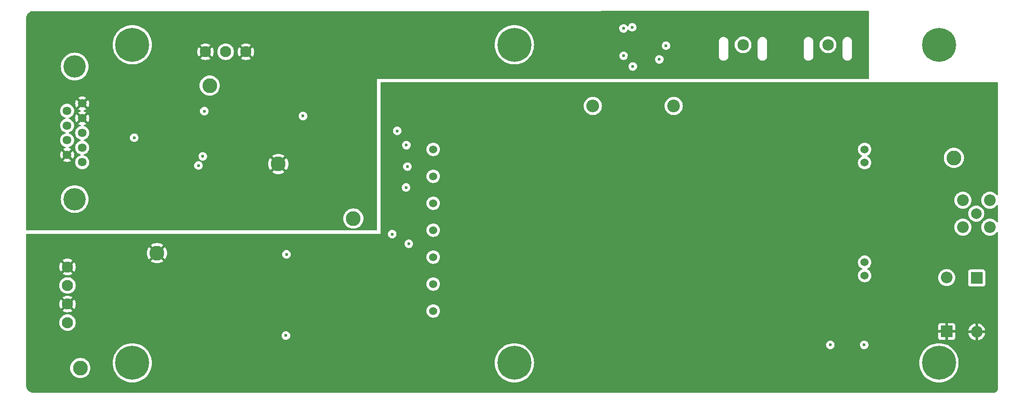
<source format=gbr>
%TF.GenerationSoftware,KiCad,Pcbnew,8.0.6*%
%TF.CreationDate,2025-03-03T14:32:59-05:00*%
%TF.ProjectId,SiPM_Bias_Board,5369504d-5f42-4696-9173-5f426f617264,rev?*%
%TF.SameCoordinates,Original*%
%TF.FileFunction,Copper,L5,Inr*%
%TF.FilePolarity,Positive*%
%FSLAX46Y46*%
G04 Gerber Fmt 4.6, Leading zero omitted, Abs format (unit mm)*
G04 Created by KiCad (PCBNEW 8.0.6) date 2025-03-03 14:32:59*
%MOMM*%
%LPD*%
G01*
G04 APERTURE LIST*
%TA.AperFunction,ComponentPad*%
%ADD10C,6.400000*%
%TD*%
%TA.AperFunction,ComponentPad*%
%ADD11R,2.200000X2.200000*%
%TD*%
%TA.AperFunction,ComponentPad*%
%ADD12O,2.200000X2.200000*%
%TD*%
%TA.AperFunction,ComponentPad*%
%ADD13C,2.800000*%
%TD*%
%TA.AperFunction,ComponentPad*%
%ADD14C,2.006600*%
%TD*%
%TA.AperFunction,ComponentPad*%
%ADD15C,2.209800*%
%TD*%
%TA.AperFunction,ComponentPad*%
%ADD16C,2.159000*%
%TD*%
%TA.AperFunction,ComponentPad*%
%ADD17C,1.524000*%
%TD*%
%TA.AperFunction,ComponentPad*%
%ADD18C,2.100000*%
%TD*%
%TA.AperFunction,ComponentPad*%
%ADD19C,1.635000*%
%TD*%
%TA.AperFunction,ComponentPad*%
%ADD20C,4.216000*%
%TD*%
%TA.AperFunction,ComponentPad*%
%ADD21C,2.400000*%
%TD*%
%TA.AperFunction,ComponentPad*%
%ADD22O,2.400000X2.400000*%
%TD*%
%TA.AperFunction,ViaPad*%
%ADD23C,0.600000*%
%TD*%
G04 APERTURE END LIST*
D10*
%TO.N,CHASSIS*%
%TO.C,H4*%
X228320000Y-127580000D03*
%TD*%
D11*
%TO.N,/SEC_PWR_RTN*%
%TO.C,D1*%
X229775000Y-121655000D03*
D12*
%TO.N,/SiPM_HV_Block/SiPM_HV_RTN*%
X229775000Y-111495000D03*
%TD*%
D13*
%TO.N,/SEC_PWR_TELEM_RTN*%
%TO.C,GND*%
X103820000Y-90060000D03*
%TD*%
%TO.N,/SiPM_HV_Block/REM_ADJ*%
%TO.C,V_{SET}*%
X90910000Y-75270000D03*
%TD*%
D10*
%TO.N,CHASSIS*%
%TO.C,H3*%
X148320000Y-127580000D03*
%TD*%
D14*
%TO.N,/SiPM_HV_Block/SiPM_HV_OUT*%
%TO.C,P_Out*%
X235363000Y-99430000D03*
D15*
%TO.N,/SiPM_HV_Block/SiPM_HV_RTN*%
X237903000Y-96890000D03*
%TO.N,unconnected-(P_Out1-GND-Pad3)*%
X232823000Y-96890000D03*
%TO.N,unconnected-(P_Out1-GND-Pad4)*%
X232823000Y-101970000D03*
%TO.N,unconnected-(P_Out1-GND-Pad5)*%
X237903000Y-101970000D03*
%TD*%
D10*
%TO.N,CHASSIS*%
%TO.C,H2*%
X76320000Y-127580000D03*
%TD*%
D13*
%TO.N,/SiPM_HV_Block/SiPM_HV_RTN*%
%TO.C,V_{OUT_RTN}1*%
X231140000Y-88900000D03*
%TD*%
D16*
%TO.N,Net-(M3-Pad3)*%
%TO.C,P2*%
X191410000Y-67580000D03*
%TD*%
D17*
%TO.N,/SiPM_HV_Block/V_RTN*%
%TO.C,U1*%
X133020000Y-117780000D03*
%TO.N,/SiPM_HV_Block/V_POS*%
X133020000Y-112700000D03*
%TO.N,/SiPM_HV_Block/Curr_Mon*%
X133020000Y-107620000D03*
%TO.N,/SiPM_HV_Block/Enable*%
X133020000Y-102540000D03*
%TO.N,/SEC_PWR_TELEM_RTN*%
X133020000Y-97460000D03*
%TO.N,/SiPM_HV_Block/REM_ADJ*%
X133020000Y-92380000D03*
%TO.N,unconnected-(U1-5V_REF-Pad7)*%
X133020000Y-87300000D03*
%TO.N,/SiPM_HV_Block/SiPM_HV_RTN*%
X214320000Y-87300000D03*
X214320000Y-89800000D03*
%TO.N,/SiPM_HV_Block/SiPM_HV_OUT*%
X214320000Y-108600000D03*
X214320000Y-111100000D03*
%TD*%
D18*
%TO.N,/SEC_PWR_RTN*%
%TO.C,J2*%
X64110000Y-109480000D03*
%TO.N,/SEC_PWR_IN*%
X64110000Y-112980000D03*
%TO.N,/SEC_PWR_RTN*%
X64110000Y-116480000D03*
%TO.N,/SEC_PWR_IN*%
X64110000Y-119980000D03*
%TD*%
D13*
%TO.N,/SiPM_HV_Block/Enable*%
%TO.C,V_{EN}*%
X117980000Y-100350000D03*
%TD*%
D10*
%TO.N,CHASSIS*%
%TO.C,H6*%
X228320000Y-67580000D03*
%TD*%
D13*
%TO.N,/SEC_PWR_RTN*%
%TO.C,GND*%
X80970000Y-106880000D03*
%TD*%
D10*
%TO.N,CHASSIS*%
%TO.C,H1*%
X76320000Y-67580000D03*
%TD*%
D19*
%TO.N,/HV_CURR_MON*%
%TO.C,J3*%
X66880000Y-89730000D03*
%TO.N,/HV_Enable+*%
X66880000Y-86960000D03*
%TO.N,unconnected-(J3-Pad3)*%
X66880000Y-84190000D03*
%TO.N,/SEC_PWR_TELEM_RTN*%
X66880000Y-81420000D03*
X66880000Y-78650000D03*
X64040000Y-88345000D03*
%TO.N,/HV_Enable-*%
X64040000Y-85575000D03*
%TO.N,/HV_VOLT_MON*%
X64040000Y-82805000D03*
%TO.N,/SET_HV*%
X64040000Y-80035000D03*
D20*
%TO.N,CHASSIS*%
X65460000Y-71690000D03*
X65460000Y-96690000D03*
%TD*%
D16*
%TO.N,Net-(P1-Pad1)*%
%TO.C,P1*%
X207410000Y-67580000D03*
%TD*%
D10*
%TO.N,CHASSIS*%
%TO.C,H5*%
X148320000Y-67580000D03*
%TD*%
D21*
%TO.N,/SiPM_HV_Block/SiPM_HV_OUT*%
%TO.C,R20*%
X178340000Y-79110000D03*
D22*
%TO.N,Net-(U5-+IN)*%
X163100000Y-79110000D03*
%TD*%
D18*
%TO.N,/SEC_PWR_TELEM_RTN*%
%TO.C,J1*%
X97720400Y-68895600D03*
%TO.N,/SEC_PWR_TELEM*%
X93910400Y-68895600D03*
%TO.N,/SEC_PWR_TELEM_RTN*%
X90100400Y-68895600D03*
%TD*%
D13*
%TO.N,CHASSIS*%
%TO.C,Chassis*%
X66520000Y-128550000D03*
%TD*%
D11*
%TO.N,/SiPM_HV_Block/SiPM_HV_RTN*%
%TO.C,D2*%
X235430000Y-111570000D03*
D12*
%TO.N,/SEC_PWR_RTN*%
X235430000Y-121730000D03*
%TD*%
D23*
%TO.N,/SEC_PWR_RTN*%
X229140000Y-105780000D03*
X234220000Y-131180000D03*
X69120000Y-126100000D03*
X97060000Y-123560000D03*
X224060000Y-77840000D03*
X183420000Y-123560000D03*
X213900000Y-77840000D03*
X203740000Y-131180000D03*
X64040000Y-131180000D03*
X58960000Y-105780000D03*
X69120000Y-110860000D03*
X188500000Y-131180000D03*
X91980000Y-131180000D03*
X127540000Y-115940000D03*
X112300000Y-131180000D03*
X86900000Y-123560000D03*
X127540000Y-118480000D03*
X213900000Y-131180000D03*
X168180000Y-131180000D03*
X229140000Y-100700000D03*
X203740000Y-123560000D03*
X127540000Y-113400000D03*
X97060000Y-131180000D03*
X152940000Y-123560000D03*
X117380000Y-121020000D03*
X64040000Y-105780000D03*
X193580000Y-123560000D03*
X193580000Y-77840000D03*
X64040000Y-126100000D03*
X208820000Y-131180000D03*
X158020000Y-131180000D03*
X89440000Y-105780000D03*
X229140000Y-77840000D03*
X163100000Y-131180000D03*
X69120000Y-131180000D03*
X218980000Y-77840000D03*
X158020000Y-123560000D03*
X198660000Y-77840000D03*
X109760000Y-105780000D03*
X81820000Y-131180000D03*
X86900000Y-131180000D03*
X132620000Y-131180000D03*
X208820000Y-77840000D03*
X218980000Y-123560000D03*
X74200000Y-105780000D03*
X142780000Y-131180000D03*
X224060000Y-131180000D03*
X114610000Y-104910000D03*
X188500000Y-123560000D03*
X80930000Y-125110000D03*
X157690000Y-80770000D03*
X173260000Y-123560000D03*
X142780000Y-123560000D03*
X69120000Y-105780000D03*
X79280000Y-110860000D03*
X69120000Y-121020000D03*
X229140000Y-95620000D03*
X203740000Y-77840000D03*
X183420000Y-131180000D03*
X178340000Y-131180000D03*
X234220000Y-126100000D03*
X58960000Y-131180000D03*
X198660000Y-131180000D03*
X127540000Y-123560000D03*
X132620000Y-123560000D03*
X193580000Y-131180000D03*
X84360000Y-126100000D03*
X122460000Y-131180000D03*
X111520000Y-107480000D03*
X137700000Y-123560000D03*
X94520000Y-105780000D03*
X168180000Y-123560000D03*
X188500000Y-77840000D03*
X163100000Y-123560000D03*
X107220000Y-131180000D03*
X102140000Y-131180000D03*
X152940000Y-131180000D03*
X101400000Y-107080000D03*
X178340000Y-123560000D03*
X117380000Y-123560000D03*
X91980000Y-123560000D03*
X74200000Y-121020000D03*
X69120000Y-115940000D03*
X183420000Y-77840000D03*
X101220000Y-122410000D03*
X198660000Y-123560000D03*
X74200000Y-110860000D03*
X127540000Y-131180000D03*
X122460000Y-123560000D03*
X173260000Y-131180000D03*
X117380000Y-131180000D03*
X137700000Y-131180000D03*
X218980000Y-131180000D03*
%TO.N,/SiPM_HV_Block/V_POS*%
X126238000Y-83820000D03*
X125300000Y-103290000D03*
%TO.N,/SiPM_HV_Block/V_RTN*%
X128430000Y-105110000D03*
X128160000Y-90550000D03*
%TO.N,/SiPM_HV_Block/SiPM_HV_RTN*%
X214230000Y-124190000D03*
%TO.N,CHASSIS*%
X207853278Y-124184243D03*
X105370000Y-107100000D03*
X105270000Y-122420000D03*
%TO.N,/SEC_PWR_TELEM*%
X175625000Y-70340000D03*
X168885000Y-64500000D03*
X89890000Y-80100000D03*
%TO.N,/SEC_PWR_TELEM_RTN*%
X121920000Y-71120000D03*
X101600000Y-99060000D03*
X154940000Y-66040000D03*
X201200000Y-72760000D03*
X191040000Y-72760000D03*
X201200000Y-67680000D03*
X114610000Y-100240000D03*
X127000000Y-71120000D03*
X208820000Y-72760000D03*
X83390000Y-82530000D03*
X142240000Y-66040000D03*
X213900000Y-65140000D03*
X101600000Y-101600000D03*
X91440000Y-101600000D03*
X119380000Y-76200000D03*
X110835400Y-79935600D03*
X160020000Y-71120000D03*
X175800000Y-62600000D03*
X76200000Y-101600000D03*
X86360000Y-101600000D03*
X81280000Y-99060000D03*
X193580000Y-72760000D03*
X71120000Y-96520000D03*
X111760000Y-83820000D03*
X160020000Y-66040000D03*
X76200000Y-76200000D03*
X154940000Y-71120000D03*
X106680000Y-71120000D03*
X71120000Y-99060000D03*
X211360000Y-72760000D03*
X127000000Y-66040000D03*
X120840000Y-97500000D03*
X201200000Y-62600000D03*
X116840000Y-66040000D03*
X71120000Y-76200000D03*
X86360000Y-99060000D03*
X137160000Y-66040000D03*
X137160000Y-71120000D03*
X198660000Y-72760000D03*
X91440000Y-99060000D03*
X116840000Y-88900000D03*
X93620000Y-81060000D03*
X119380000Y-83820000D03*
X173260000Y-70220000D03*
X83970000Y-74510000D03*
X116840000Y-71120000D03*
X97720000Y-77260000D03*
X111760000Y-88900000D03*
X166205000Y-63420000D03*
X173260000Y-72760000D03*
X183420000Y-72760000D03*
X66040000Y-66040000D03*
X111760000Y-71120000D03*
X75120000Y-85120000D03*
X198660000Y-67680000D03*
X96520000Y-99060000D03*
X71120000Y-101600000D03*
X213900000Y-62600000D03*
X111760000Y-93980000D03*
X188500000Y-72760000D03*
X101600000Y-66040000D03*
X71120000Y-71120000D03*
X81280000Y-101600000D03*
X119361200Y-95823200D03*
X93800000Y-88630000D03*
X86360000Y-71120000D03*
X142240000Y-71120000D03*
X76200000Y-96520000D03*
X165100000Y-66040000D03*
X76200000Y-99060000D03*
X79280000Y-75300000D03*
X121920000Y-66040000D03*
X180880000Y-72760000D03*
X213900000Y-70220000D03*
X132080000Y-71120000D03*
X169845000Y-70040000D03*
X106680000Y-93980000D03*
X213900000Y-72760000D03*
X206280000Y-72760000D03*
X196120000Y-72760000D03*
X165100000Y-71120000D03*
X173260000Y-62600000D03*
X203740000Y-72760000D03*
X181750000Y-67807000D03*
X96520000Y-101600000D03*
X106680000Y-66040000D03*
X132080000Y-66040000D03*
X198660000Y-62600000D03*
X180880000Y-65140000D03*
X213900000Y-67680000D03*
X175800000Y-72760000D03*
X91440000Y-71120000D03*
X106680000Y-83820000D03*
X121920000Y-73660000D03*
X183420000Y-70220000D03*
X71120000Y-66040000D03*
X173260000Y-65140000D03*
X175800000Y-65140000D03*
X106680000Y-101600000D03*
X111760000Y-66040000D03*
X183420000Y-65140000D03*
X121920000Y-76200000D03*
X178340000Y-72760000D03*
X96520000Y-88900000D03*
X185960000Y-65140000D03*
X81280000Y-71120000D03*
X185960000Y-72760000D03*
X84480000Y-80770000D03*
X101600000Y-71120000D03*
%TO.N,/HV_VOLT_MON*%
X88790000Y-90350000D03*
%TO.N,Net-(M2-Pad1)*%
X127965200Y-86512400D03*
X127914400Y-94488000D03*
%TO.N,Net-(M3-Pad1)*%
X176875000Y-67760000D03*
%TO.N,/V3p3*%
X108490000Y-81015000D03*
X89600000Y-88630000D03*
X76680000Y-85110000D03*
%TO.N,Net-(U5-OUT)*%
X168905000Y-69650000D03*
%TO.N,Net-(U5--IN)*%
X170535000Y-64290000D03*
%TO.N,Net-(U5-+IN)*%
X170635000Y-71670000D03*
%TD*%
%TA.AperFunction,Conductor*%
%TO.N,/SEC_PWR_TELEM_RTN*%
G36*
X215113035Y-61225291D02*
G01*
X215158792Y-61278093D01*
X215170000Y-61329610D01*
X215170000Y-73906000D01*
X215150315Y-73973039D01*
X215097511Y-74018794D01*
X215046000Y-74030000D01*
X113570000Y-74030000D01*
X113570000Y-71669996D01*
X169829435Y-71669996D01*
X169829435Y-71670003D01*
X169849630Y-71849249D01*
X169849631Y-71849254D01*
X169909211Y-72019523D01*
X170005184Y-72172262D01*
X170132738Y-72299816D01*
X170285478Y-72395789D01*
X170455745Y-72455368D01*
X170455750Y-72455369D01*
X170634996Y-72475565D01*
X170635000Y-72475565D01*
X170635004Y-72475565D01*
X170814249Y-72455369D01*
X170814252Y-72455368D01*
X170814255Y-72455368D01*
X170984522Y-72395789D01*
X171137262Y-72299816D01*
X171264816Y-72172262D01*
X171360789Y-72019522D01*
X171420368Y-71849255D01*
X171440565Y-71670000D01*
X171420368Y-71490745D01*
X171360789Y-71320478D01*
X171264816Y-71167738D01*
X171137262Y-71040184D01*
X170984523Y-70944211D01*
X170814254Y-70884631D01*
X170814249Y-70884630D01*
X170635004Y-70864435D01*
X170634996Y-70864435D01*
X170455750Y-70884630D01*
X170455745Y-70884631D01*
X170285476Y-70944211D01*
X170132737Y-71040184D01*
X170005184Y-71167737D01*
X169909211Y-71320476D01*
X169849631Y-71490745D01*
X169849630Y-71490750D01*
X169829435Y-71669996D01*
X113570000Y-71669996D01*
X113570000Y-67580000D01*
X144614422Y-67580000D01*
X144634722Y-67967338D01*
X144695398Y-68350433D01*
X144738574Y-68511570D01*
X144795788Y-68725094D01*
X144934787Y-69087197D01*
X145110877Y-69432793D01*
X145322122Y-69758082D01*
X145481006Y-69954287D01*
X145566219Y-70059516D01*
X145840484Y-70333781D01*
X145840488Y-70333784D01*
X146141917Y-70577877D01*
X146313837Y-70689523D01*
X146467211Y-70789125D01*
X146812806Y-70965214D01*
X147174913Y-71104214D01*
X147549567Y-71204602D01*
X147932662Y-71265278D01*
X148298576Y-71284455D01*
X148319999Y-71285578D01*
X148320000Y-71285578D01*
X148320001Y-71285578D01*
X148340301Y-71284514D01*
X148707338Y-71265278D01*
X149090433Y-71204602D01*
X149465087Y-71104214D01*
X149827194Y-70965214D01*
X150172789Y-70789125D01*
X150498084Y-70577876D01*
X150799516Y-70333781D01*
X151073781Y-70059516D01*
X151317876Y-69758084D01*
X151388069Y-69649996D01*
X168099435Y-69649996D01*
X168099435Y-69650003D01*
X168119630Y-69829249D01*
X168119631Y-69829254D01*
X168179211Y-69999523D01*
X168253500Y-70117752D01*
X168275184Y-70152262D01*
X168402738Y-70279816D01*
X168555478Y-70375789D01*
X168725745Y-70435368D01*
X168725750Y-70435369D01*
X168904996Y-70455565D01*
X168905000Y-70455565D01*
X168905004Y-70455565D01*
X169084249Y-70435369D01*
X169084252Y-70435368D01*
X169084255Y-70435368D01*
X169254522Y-70375789D01*
X169311486Y-70339996D01*
X174819435Y-70339996D01*
X174819435Y-70340003D01*
X174839630Y-70519249D01*
X174839631Y-70519254D01*
X174899211Y-70689523D01*
X174961794Y-70789122D01*
X174995184Y-70842262D01*
X175122738Y-70969816D01*
X175275478Y-71065789D01*
X175445745Y-71125368D01*
X175445750Y-71125369D01*
X175624996Y-71145565D01*
X175625000Y-71145565D01*
X175625004Y-71145565D01*
X175804249Y-71125369D01*
X175804252Y-71125368D01*
X175804255Y-71125368D01*
X175974522Y-71065789D01*
X176127262Y-70969816D01*
X176254816Y-70842262D01*
X176350789Y-70689522D01*
X176410368Y-70519255D01*
X176410369Y-70519249D01*
X176430565Y-70340003D01*
X176430565Y-70339996D01*
X176410369Y-70160750D01*
X176410368Y-70160745D01*
X176353954Y-69999523D01*
X176350789Y-69990478D01*
X176254816Y-69837738D01*
X176127262Y-69710184D01*
X176031480Y-69650000D01*
X175974523Y-69614211D01*
X175804254Y-69554631D01*
X175804249Y-69554630D01*
X175625004Y-69534435D01*
X175624996Y-69534435D01*
X175445750Y-69554630D01*
X175445745Y-69554631D01*
X175275476Y-69614211D01*
X175122737Y-69710184D01*
X174995184Y-69837737D01*
X174899211Y-69990476D01*
X174839631Y-70160745D01*
X174839630Y-70160750D01*
X174819435Y-70339996D01*
X169311486Y-70339996D01*
X169407262Y-70279816D01*
X169534816Y-70152262D01*
X169630789Y-69999522D01*
X169690368Y-69829255D01*
X169695831Y-69780769D01*
X169710565Y-69650003D01*
X169710565Y-69649996D01*
X169690369Y-69470750D01*
X169690368Y-69470745D01*
X169630788Y-69300476D01*
X169534815Y-69147737D01*
X169407262Y-69020184D01*
X169254523Y-68924211D01*
X169084254Y-68864631D01*
X169084249Y-68864630D01*
X168905004Y-68844435D01*
X168904996Y-68844435D01*
X168725750Y-68864630D01*
X168725745Y-68864631D01*
X168555476Y-68924211D01*
X168402737Y-69020184D01*
X168275184Y-69147737D01*
X168179211Y-69300476D01*
X168119631Y-69470745D01*
X168119630Y-69470750D01*
X168099435Y-69649996D01*
X151388069Y-69649996D01*
X151529125Y-69432789D01*
X151705214Y-69087194D01*
X151844214Y-68725087D01*
X151944602Y-68350433D01*
X152005278Y-67967338D01*
X152016145Y-67759996D01*
X176069435Y-67759996D01*
X176069435Y-67760003D01*
X176089630Y-67939249D01*
X176089631Y-67939254D01*
X176149211Y-68109523D01*
X176245184Y-68262262D01*
X176372738Y-68389816D01*
X176525478Y-68485789D01*
X176695745Y-68545368D01*
X176695750Y-68545369D01*
X176874996Y-68565565D01*
X176875000Y-68565565D01*
X176875004Y-68565565D01*
X177054249Y-68545369D01*
X177054252Y-68545368D01*
X177054255Y-68545368D01*
X177224522Y-68485789D01*
X177377262Y-68389816D01*
X177504816Y-68262262D01*
X177600789Y-68109522D01*
X177660368Y-67939255D01*
X177680565Y-67760000D01*
X177660368Y-67580745D01*
X177600789Y-67410478D01*
X177504816Y-67257738D01*
X177377262Y-67130184D01*
X177224523Y-67034211D01*
X177054254Y-66974631D01*
X177054249Y-66974630D01*
X176875004Y-66954435D01*
X176874996Y-66954435D01*
X176695750Y-66974630D01*
X176695745Y-66974631D01*
X176525476Y-67034211D01*
X176372737Y-67130184D01*
X176245184Y-67257737D01*
X176149211Y-67410476D01*
X176089631Y-67580745D01*
X176089630Y-67580750D01*
X176069435Y-67759996D01*
X152016145Y-67759996D01*
X152025578Y-67580000D01*
X152005278Y-67192662D01*
X151958803Y-66899230D01*
X186841800Y-66899230D01*
X186841800Y-69780769D01*
X186876315Y-69954287D01*
X186876318Y-69954299D01*
X186944022Y-70117752D01*
X186944023Y-70117754D01*
X187042322Y-70264868D01*
X187042325Y-70264872D01*
X187167427Y-70389974D01*
X187167431Y-70389977D01*
X187314543Y-70488275D01*
X187314544Y-70488275D01*
X187314545Y-70488276D01*
X187314547Y-70488277D01*
X187478000Y-70555981D01*
X187478005Y-70555983D01*
X187651530Y-70590499D01*
X187651534Y-70590500D01*
X187651535Y-70590500D01*
X187828466Y-70590500D01*
X187828467Y-70590499D01*
X188001995Y-70555983D01*
X188165457Y-70488275D01*
X188312569Y-70389977D01*
X188437677Y-70264869D01*
X188535975Y-70117757D01*
X188603683Y-69954295D01*
X188638200Y-69780765D01*
X188638200Y-67580000D01*
X189825114Y-67580000D01*
X189844627Y-67827934D01*
X189902684Y-68069759D01*
X189997855Y-68299523D01*
X190127796Y-68511568D01*
X190127797Y-68511570D01*
X190182530Y-68575653D01*
X190289316Y-68700684D01*
X190435706Y-68825713D01*
X190478429Y-68862202D01*
X190478431Y-68862203D01*
X190690476Y-68992144D01*
X190920240Y-69087315D01*
X190920241Y-69087315D01*
X190920243Y-69087316D01*
X191162069Y-69145373D01*
X191410000Y-69164886D01*
X191657931Y-69145373D01*
X191899757Y-69087316D01*
X192129523Y-68992144D01*
X192341573Y-68862200D01*
X192530684Y-68700684D01*
X192692200Y-68511573D01*
X192822144Y-68299523D01*
X192917316Y-68069757D01*
X192975373Y-67827931D01*
X192994886Y-67580000D01*
X192975373Y-67332069D01*
X192917316Y-67090243D01*
X192894107Y-67034211D01*
X192838196Y-66899230D01*
X194161800Y-66899230D01*
X194161800Y-69780769D01*
X194196315Y-69954287D01*
X194196318Y-69954299D01*
X194264022Y-70117752D01*
X194264023Y-70117754D01*
X194362322Y-70264868D01*
X194362325Y-70264872D01*
X194487427Y-70389974D01*
X194487431Y-70389977D01*
X194634543Y-70488275D01*
X194634544Y-70488275D01*
X194634545Y-70488276D01*
X194634547Y-70488277D01*
X194798000Y-70555981D01*
X194798005Y-70555983D01*
X194971530Y-70590499D01*
X194971534Y-70590500D01*
X194971535Y-70590500D01*
X195148466Y-70590500D01*
X195148467Y-70590499D01*
X195321995Y-70555983D01*
X195485457Y-70488275D01*
X195632569Y-70389977D01*
X195757677Y-70264869D01*
X195855975Y-70117757D01*
X195923683Y-69954295D01*
X195958200Y-69780765D01*
X195958200Y-66899235D01*
X195958199Y-66899230D01*
X202841800Y-66899230D01*
X202841800Y-69780769D01*
X202876315Y-69954287D01*
X202876318Y-69954299D01*
X202944022Y-70117752D01*
X202944023Y-70117754D01*
X203042322Y-70264868D01*
X203042325Y-70264872D01*
X203167427Y-70389974D01*
X203167431Y-70389977D01*
X203314543Y-70488275D01*
X203314544Y-70488275D01*
X203314545Y-70488276D01*
X203314547Y-70488277D01*
X203478000Y-70555981D01*
X203478005Y-70555983D01*
X203651530Y-70590499D01*
X203651534Y-70590500D01*
X203651535Y-70590500D01*
X203828466Y-70590500D01*
X203828467Y-70590499D01*
X204001995Y-70555983D01*
X204165457Y-70488275D01*
X204312569Y-70389977D01*
X204437677Y-70264869D01*
X204535975Y-70117757D01*
X204603683Y-69954295D01*
X204638200Y-69780765D01*
X204638200Y-67580000D01*
X205825114Y-67580000D01*
X205844627Y-67827934D01*
X205902684Y-68069759D01*
X205997855Y-68299523D01*
X206127796Y-68511568D01*
X206127797Y-68511570D01*
X206182530Y-68575653D01*
X206289316Y-68700684D01*
X206435706Y-68825713D01*
X206478429Y-68862202D01*
X206478431Y-68862203D01*
X206690476Y-68992144D01*
X206920240Y-69087315D01*
X206920241Y-69087315D01*
X206920243Y-69087316D01*
X207162069Y-69145373D01*
X207410000Y-69164886D01*
X207657931Y-69145373D01*
X207899757Y-69087316D01*
X208129523Y-68992144D01*
X208341573Y-68862200D01*
X208530684Y-68700684D01*
X208692200Y-68511573D01*
X208822144Y-68299523D01*
X208917316Y-68069757D01*
X208975373Y-67827931D01*
X208994886Y-67580000D01*
X208975373Y-67332069D01*
X208917316Y-67090243D01*
X208894107Y-67034211D01*
X208838196Y-66899230D01*
X210161800Y-66899230D01*
X210161800Y-69780769D01*
X210196315Y-69954287D01*
X210196318Y-69954299D01*
X210264022Y-70117752D01*
X210264023Y-70117754D01*
X210362322Y-70264868D01*
X210362325Y-70264872D01*
X210487427Y-70389974D01*
X210487431Y-70389977D01*
X210634543Y-70488275D01*
X210634544Y-70488275D01*
X210634545Y-70488276D01*
X210634547Y-70488277D01*
X210798000Y-70555981D01*
X210798005Y-70555983D01*
X210971530Y-70590499D01*
X210971534Y-70590500D01*
X210971535Y-70590500D01*
X211148466Y-70590500D01*
X211148467Y-70590499D01*
X211321995Y-70555983D01*
X211485457Y-70488275D01*
X211632569Y-70389977D01*
X211757677Y-70264869D01*
X211855975Y-70117757D01*
X211923683Y-69954295D01*
X211958200Y-69780765D01*
X211958200Y-66899235D01*
X211923683Y-66725705D01*
X211891675Y-66648431D01*
X211855977Y-66562247D01*
X211855976Y-66562245D01*
X211757677Y-66415131D01*
X211757674Y-66415127D01*
X211632572Y-66290025D01*
X211632568Y-66290022D01*
X211485454Y-66191723D01*
X211485452Y-66191722D01*
X211321999Y-66124018D01*
X211321987Y-66124015D01*
X211148469Y-66089500D01*
X211148465Y-66089500D01*
X210971535Y-66089500D01*
X210971530Y-66089500D01*
X210798012Y-66124015D01*
X210798000Y-66124018D01*
X210634547Y-66191722D01*
X210634545Y-66191723D01*
X210487431Y-66290022D01*
X210487427Y-66290025D01*
X210362325Y-66415127D01*
X210362322Y-66415131D01*
X210264023Y-66562245D01*
X210264022Y-66562247D01*
X210196318Y-66725700D01*
X210196315Y-66725712D01*
X210161800Y-66899230D01*
X208838196Y-66899230D01*
X208822144Y-66860476D01*
X208692203Y-66648431D01*
X208692202Y-66648429D01*
X208618595Y-66562247D01*
X208530684Y-66459316D01*
X208405653Y-66352530D01*
X208341570Y-66297797D01*
X208341568Y-66297796D01*
X208129523Y-66167855D01*
X207899759Y-66072684D01*
X207657934Y-66014627D01*
X207410000Y-65995114D01*
X207162065Y-66014627D01*
X206920240Y-66072684D01*
X206690476Y-66167855D01*
X206478431Y-66297796D01*
X206478429Y-66297797D01*
X206289316Y-66459316D01*
X206127797Y-66648429D01*
X206127796Y-66648431D01*
X205997855Y-66860476D01*
X205902684Y-67090240D01*
X205844627Y-67332065D01*
X205825114Y-67580000D01*
X204638200Y-67580000D01*
X204638200Y-66899235D01*
X204603683Y-66725705D01*
X204571675Y-66648431D01*
X204535977Y-66562247D01*
X204535976Y-66562245D01*
X204437677Y-66415131D01*
X204437674Y-66415127D01*
X204312572Y-66290025D01*
X204312568Y-66290022D01*
X204165454Y-66191723D01*
X204165452Y-66191722D01*
X204001999Y-66124018D01*
X204001987Y-66124015D01*
X203828469Y-66089500D01*
X203828465Y-66089500D01*
X203651535Y-66089500D01*
X203651530Y-66089500D01*
X203478012Y-66124015D01*
X203478000Y-66124018D01*
X203314547Y-66191722D01*
X203314545Y-66191723D01*
X203167431Y-66290022D01*
X203167427Y-66290025D01*
X203042325Y-66415127D01*
X203042322Y-66415131D01*
X202944023Y-66562245D01*
X202944022Y-66562247D01*
X202876318Y-66725700D01*
X202876315Y-66725712D01*
X202841800Y-66899230D01*
X195958199Y-66899230D01*
X195923683Y-66725705D01*
X195891675Y-66648431D01*
X195855977Y-66562247D01*
X195855976Y-66562245D01*
X195757677Y-66415131D01*
X195757674Y-66415127D01*
X195632572Y-66290025D01*
X195632568Y-66290022D01*
X195485454Y-66191723D01*
X195485452Y-66191722D01*
X195321999Y-66124018D01*
X195321987Y-66124015D01*
X195148469Y-66089500D01*
X195148465Y-66089500D01*
X194971535Y-66089500D01*
X194971530Y-66089500D01*
X194798012Y-66124015D01*
X194798000Y-66124018D01*
X194634547Y-66191722D01*
X194634545Y-66191723D01*
X194487431Y-66290022D01*
X194487427Y-66290025D01*
X194362325Y-66415127D01*
X194362322Y-66415131D01*
X194264023Y-66562245D01*
X194264022Y-66562247D01*
X194196318Y-66725700D01*
X194196315Y-66725712D01*
X194161800Y-66899230D01*
X192838196Y-66899230D01*
X192822144Y-66860476D01*
X192692203Y-66648431D01*
X192692202Y-66648429D01*
X192618595Y-66562247D01*
X192530684Y-66459316D01*
X192405653Y-66352530D01*
X192341570Y-66297797D01*
X192341568Y-66297796D01*
X192129523Y-66167855D01*
X191899759Y-66072684D01*
X191657934Y-66014627D01*
X191410000Y-65995114D01*
X191162065Y-66014627D01*
X190920240Y-66072684D01*
X190690476Y-66167855D01*
X190478431Y-66297796D01*
X190478429Y-66297797D01*
X190289316Y-66459316D01*
X190127797Y-66648429D01*
X190127796Y-66648431D01*
X189997855Y-66860476D01*
X189902684Y-67090240D01*
X189844627Y-67332065D01*
X189825114Y-67580000D01*
X188638200Y-67580000D01*
X188638200Y-66899235D01*
X188603683Y-66725705D01*
X188571675Y-66648431D01*
X188535977Y-66562247D01*
X188535976Y-66562245D01*
X188437677Y-66415131D01*
X188437674Y-66415127D01*
X188312572Y-66290025D01*
X188312568Y-66290022D01*
X188165454Y-66191723D01*
X188165452Y-66191722D01*
X188001999Y-66124018D01*
X188001987Y-66124015D01*
X187828469Y-66089500D01*
X187828465Y-66089500D01*
X187651535Y-66089500D01*
X187651530Y-66089500D01*
X187478012Y-66124015D01*
X187478000Y-66124018D01*
X187314547Y-66191722D01*
X187314545Y-66191723D01*
X187167431Y-66290022D01*
X187167427Y-66290025D01*
X187042325Y-66415127D01*
X187042322Y-66415131D01*
X186944023Y-66562245D01*
X186944022Y-66562247D01*
X186876318Y-66725700D01*
X186876315Y-66725712D01*
X186841800Y-66899230D01*
X151958803Y-66899230D01*
X151944602Y-66809567D01*
X151844214Y-66434913D01*
X151705214Y-66072806D01*
X151529125Y-65727211D01*
X151317876Y-65401916D01*
X151073781Y-65100484D01*
X150799516Y-64826219D01*
X150618031Y-64679255D01*
X150498082Y-64582122D01*
X150371619Y-64499996D01*
X168079435Y-64499996D01*
X168079435Y-64500003D01*
X168099630Y-64679249D01*
X168099631Y-64679254D01*
X168159211Y-64849523D01*
X168255184Y-65002262D01*
X168382738Y-65129816D01*
X168535478Y-65225789D01*
X168705745Y-65285368D01*
X168705750Y-65285369D01*
X168884996Y-65305565D01*
X168885000Y-65305565D01*
X168885004Y-65305565D01*
X169064249Y-65285369D01*
X169064252Y-65285368D01*
X169064255Y-65285368D01*
X169234522Y-65225789D01*
X169387262Y-65129816D01*
X169514816Y-65002262D01*
X169610789Y-64849522D01*
X169618945Y-64826215D01*
X169630826Y-64792260D01*
X169643918Y-64754844D01*
X169684638Y-64698069D01*
X169749590Y-64672321D01*
X169818152Y-64685777D01*
X169865952Y-64729826D01*
X169905182Y-64792260D01*
X169905184Y-64792262D01*
X170032738Y-64919816D01*
X170185478Y-65015789D01*
X170355745Y-65075368D01*
X170355750Y-65075369D01*
X170534996Y-65095565D01*
X170535000Y-65095565D01*
X170535004Y-65095565D01*
X170714249Y-65075369D01*
X170714252Y-65075368D01*
X170714255Y-65075368D01*
X170884522Y-65015789D01*
X171037262Y-64919816D01*
X171164816Y-64792262D01*
X171260789Y-64639522D01*
X171320368Y-64469255D01*
X171320369Y-64469249D01*
X171340565Y-64290003D01*
X171340565Y-64289996D01*
X171320369Y-64110750D01*
X171320368Y-64110745D01*
X171260789Y-63940478D01*
X171164816Y-63787738D01*
X171037262Y-63660184D01*
X170884523Y-63564211D01*
X170714254Y-63504631D01*
X170714249Y-63504630D01*
X170535004Y-63484435D01*
X170534996Y-63484435D01*
X170355750Y-63504630D01*
X170355745Y-63504631D01*
X170185476Y-63564211D01*
X170032737Y-63660184D01*
X169905184Y-63787737D01*
X169809209Y-63940480D01*
X169776081Y-64035155D01*
X169735360Y-64091931D01*
X169670407Y-64117678D01*
X169601845Y-64104222D01*
X169554046Y-64060172D01*
X169514815Y-63997737D01*
X169387262Y-63870184D01*
X169234523Y-63774211D01*
X169064254Y-63714631D01*
X169064249Y-63714630D01*
X168885004Y-63694435D01*
X168884996Y-63694435D01*
X168705750Y-63714630D01*
X168705745Y-63714631D01*
X168535476Y-63774211D01*
X168382737Y-63870184D01*
X168255184Y-63997737D01*
X168159211Y-64150476D01*
X168099631Y-64320745D01*
X168099630Y-64320750D01*
X168079435Y-64499996D01*
X150371619Y-64499996D01*
X150172793Y-64370877D01*
X149827197Y-64194787D01*
X149465094Y-64055788D01*
X149465087Y-64055786D01*
X149090433Y-63955398D01*
X149090429Y-63955397D01*
X149090428Y-63955397D01*
X148707339Y-63894722D01*
X148320001Y-63874422D01*
X148319999Y-63874422D01*
X147932660Y-63894722D01*
X147549572Y-63955397D01*
X147549570Y-63955397D01*
X147174905Y-64055788D01*
X146812802Y-64194787D01*
X146467206Y-64370877D01*
X146141917Y-64582122D01*
X145840488Y-64826215D01*
X145840480Y-64826222D01*
X145566222Y-65100480D01*
X145566215Y-65100488D01*
X145322122Y-65401917D01*
X145110877Y-65727206D01*
X144934787Y-66072802D01*
X144795788Y-66434905D01*
X144695397Y-66809570D01*
X144695397Y-66809572D01*
X144669255Y-66974631D01*
X144634722Y-67192662D01*
X144614422Y-67580000D01*
X113570000Y-67580000D01*
X113570000Y-61210276D01*
X215045999Y-61205611D01*
X215113035Y-61225291D01*
G37*
%TD.AperFunction*%
%TD*%
%TA.AperFunction,Conductor*%
%TO.N,/SEC_PWR_TELEM_RTN*%
G36*
X113570000Y-74030000D02*
G01*
X122460000Y-74030000D01*
X122460000Y-102481000D01*
X122440315Y-102548039D01*
X122387511Y-102593794D01*
X122336000Y-102605000D01*
X56409500Y-102605000D01*
X56342461Y-102585315D01*
X56296706Y-102532511D01*
X56285500Y-102481000D01*
X56285500Y-100349998D01*
X116074645Y-100349998D01*
X116074645Y-100350001D01*
X116094039Y-100621160D01*
X116094040Y-100621167D01*
X116151823Y-100886793D01*
X116151825Y-100886801D01*
X116228330Y-101091920D01*
X116246830Y-101141519D01*
X116377109Y-101380107D01*
X116377110Y-101380108D01*
X116377113Y-101380113D01*
X116540029Y-101597742D01*
X116540033Y-101597746D01*
X116540038Y-101597752D01*
X116732247Y-101789961D01*
X116732253Y-101789966D01*
X116732258Y-101789971D01*
X116949887Y-101952887D01*
X116949891Y-101952889D01*
X116949892Y-101952890D01*
X117188481Y-102083169D01*
X117188480Y-102083169D01*
X117188484Y-102083170D01*
X117188487Y-102083172D01*
X117443199Y-102178175D01*
X117708840Y-102235961D01*
X117960605Y-102253967D01*
X117979999Y-102255355D01*
X117980000Y-102255355D01*
X117980001Y-102255355D01*
X117998100Y-102254060D01*
X118251160Y-102235961D01*
X118516801Y-102178175D01*
X118771513Y-102083172D01*
X118771517Y-102083169D01*
X118771519Y-102083169D01*
X118890813Y-102018029D01*
X119010113Y-101952887D01*
X119227742Y-101789971D01*
X119419971Y-101597742D01*
X119582887Y-101380113D01*
X119713172Y-101141513D01*
X119808175Y-100886801D01*
X119865961Y-100621160D01*
X119885355Y-100350000D01*
X119865961Y-100078840D01*
X119808175Y-99813199D01*
X119713172Y-99558487D01*
X119713170Y-99558484D01*
X119713169Y-99558480D01*
X119582890Y-99319892D01*
X119582889Y-99319891D01*
X119582887Y-99319887D01*
X119419971Y-99102258D01*
X119419966Y-99102253D01*
X119419961Y-99102247D01*
X119227752Y-98910038D01*
X119227746Y-98910033D01*
X119227742Y-98910029D01*
X119010113Y-98747113D01*
X119010108Y-98747110D01*
X119010107Y-98747109D01*
X118771518Y-98616830D01*
X118771519Y-98616830D01*
X118721920Y-98598330D01*
X118516801Y-98521825D01*
X118516794Y-98521823D01*
X118516793Y-98521823D01*
X118251167Y-98464040D01*
X118251160Y-98464039D01*
X117980001Y-98444645D01*
X117979999Y-98444645D01*
X117708839Y-98464039D01*
X117708832Y-98464040D01*
X117443206Y-98521823D01*
X117443202Y-98521824D01*
X117443199Y-98521825D01*
X117315843Y-98569326D01*
X117188480Y-98616830D01*
X116949892Y-98747109D01*
X116949891Y-98747110D01*
X116732259Y-98910028D01*
X116732247Y-98910038D01*
X116540038Y-99102247D01*
X116540028Y-99102259D01*
X116377110Y-99319891D01*
X116377109Y-99319892D01*
X116246830Y-99558480D01*
X116199326Y-99685843D01*
X116151825Y-99813199D01*
X116151824Y-99813202D01*
X116151823Y-99813206D01*
X116094040Y-100078832D01*
X116094039Y-100078839D01*
X116074645Y-100349998D01*
X56285500Y-100349998D01*
X56285500Y-96690000D01*
X62846732Y-96690000D01*
X62865785Y-97004989D01*
X62865785Y-97004994D01*
X62865786Y-97004995D01*
X62922669Y-97315396D01*
X62922670Y-97315400D01*
X62922671Y-97315404D01*
X63016545Y-97616659D01*
X63016549Y-97616670D01*
X63016550Y-97616673D01*
X63016552Y-97616678D01*
X63146066Y-97904446D01*
X63309326Y-98174510D01*
X63503943Y-98422920D01*
X63727079Y-98646056D01*
X63975489Y-98840673D01*
X63975492Y-98840675D01*
X63975495Y-98840677D01*
X64245554Y-99003934D01*
X64533322Y-99133448D01*
X64533332Y-99133451D01*
X64533340Y-99133454D01*
X64734176Y-99196036D01*
X64834604Y-99227331D01*
X65145005Y-99284214D01*
X65460000Y-99303268D01*
X65774995Y-99284214D01*
X66085396Y-99227331D01*
X66386678Y-99133448D01*
X66674446Y-99003934D01*
X66944505Y-98840677D01*
X67192917Y-98646059D01*
X67416059Y-98422917D01*
X67610677Y-98174505D01*
X67773934Y-97904446D01*
X67903448Y-97616678D01*
X67997331Y-97315396D01*
X68054214Y-97004995D01*
X68073268Y-96690000D01*
X68054214Y-96375005D01*
X67997331Y-96064604D01*
X67903448Y-95763322D01*
X67773934Y-95475554D01*
X67610677Y-95205495D01*
X67610675Y-95205492D01*
X67610673Y-95205489D01*
X67416056Y-94957079D01*
X67192920Y-94733943D01*
X66944510Y-94539326D01*
X66674446Y-94376066D01*
X66386678Y-94246552D01*
X66386673Y-94246550D01*
X66386670Y-94246549D01*
X66386659Y-94246545D01*
X66085404Y-94152671D01*
X66085400Y-94152670D01*
X66085396Y-94152669D01*
X65774995Y-94095786D01*
X65774994Y-94095785D01*
X65774989Y-94095785D01*
X65460000Y-94076732D01*
X65145010Y-94095785D01*
X65145005Y-94095786D01*
X64834604Y-94152669D01*
X64834601Y-94152669D01*
X64834595Y-94152671D01*
X64533340Y-94246545D01*
X64533329Y-94246549D01*
X64245553Y-94376066D01*
X63975489Y-94539326D01*
X63727079Y-94733943D01*
X63503943Y-94957079D01*
X63309326Y-95205489D01*
X63146066Y-95475553D01*
X63016549Y-95763329D01*
X63016545Y-95763340D01*
X62922671Y-96064595D01*
X62865785Y-96375010D01*
X62846732Y-96690000D01*
X56285500Y-96690000D01*
X56285500Y-80034998D01*
X62716965Y-80034998D01*
X62716965Y-80035001D01*
X62737064Y-80264737D01*
X62737066Y-80264748D01*
X62796751Y-80487497D01*
X62796753Y-80487501D01*
X62796754Y-80487505D01*
X62850266Y-80602262D01*
X62894218Y-80696518D01*
X62894220Y-80696522D01*
X63026496Y-80885432D01*
X63189567Y-81048503D01*
X63378477Y-81180779D01*
X63378479Y-81180780D01*
X63378482Y-81180782D01*
X63587495Y-81278246D01*
X63612689Y-81284996D01*
X63669521Y-81300225D01*
X63729181Y-81336590D01*
X63759710Y-81399437D01*
X63751415Y-81468813D01*
X63706930Y-81522691D01*
X63669521Y-81539775D01*
X63587499Y-81561752D01*
X63587493Y-81561755D01*
X63378484Y-81659217D01*
X63378482Y-81659218D01*
X63189566Y-81791497D01*
X63026497Y-81954566D01*
X62894218Y-82143482D01*
X62894217Y-82143484D01*
X62796755Y-82352493D01*
X62796751Y-82352502D01*
X62737066Y-82575251D01*
X62737064Y-82575262D01*
X62716965Y-82804998D01*
X62716965Y-82805001D01*
X62737064Y-83034737D01*
X62737066Y-83034748D01*
X62796751Y-83257497D01*
X62796753Y-83257501D01*
X62796754Y-83257505D01*
X62835020Y-83339566D01*
X62894218Y-83466518D01*
X62894220Y-83466522D01*
X63026496Y-83655432D01*
X63189567Y-83818503D01*
X63378477Y-83950779D01*
X63378479Y-83950780D01*
X63378482Y-83950782D01*
X63587495Y-84048246D01*
X63612689Y-84054996D01*
X63669521Y-84070225D01*
X63729181Y-84106590D01*
X63759710Y-84169437D01*
X63751415Y-84238813D01*
X63706930Y-84292691D01*
X63669521Y-84309775D01*
X63587499Y-84331752D01*
X63587493Y-84331755D01*
X63378484Y-84429217D01*
X63378482Y-84429218D01*
X63189566Y-84561497D01*
X63026497Y-84724566D01*
X62894218Y-84913482D01*
X62894217Y-84913484D01*
X62796755Y-85122493D01*
X62796751Y-85122502D01*
X62737066Y-85345251D01*
X62737064Y-85345262D01*
X62716965Y-85574998D01*
X62716965Y-85575001D01*
X62737064Y-85804737D01*
X62737066Y-85804748D01*
X62796751Y-86027497D01*
X62796753Y-86027501D01*
X62796754Y-86027505D01*
X62835020Y-86109566D01*
X62894218Y-86236518D01*
X62894220Y-86236522D01*
X63026496Y-86425432D01*
X63189567Y-86588503D01*
X63378477Y-86720779D01*
X63378479Y-86720780D01*
X63378482Y-86720782D01*
X63587495Y-86818246D01*
X63670487Y-86840483D01*
X63730146Y-86876847D01*
X63760676Y-86939694D01*
X63752382Y-87009070D01*
X63707897Y-87062948D01*
X63670487Y-87080033D01*
X63587672Y-87102223D01*
X63587665Y-87102226D01*
X63378740Y-87199649D01*
X63301961Y-87253409D01*
X63873847Y-87825294D01*
X63829638Y-87837141D01*
X63705362Y-87908891D01*
X63603891Y-88010362D01*
X63532141Y-88134638D01*
X63520295Y-88178847D01*
X62948409Y-87606961D01*
X62894649Y-87683740D01*
X62797226Y-87892665D01*
X62797222Y-87892674D01*
X62737560Y-88115339D01*
X62737558Y-88115350D01*
X62717467Y-88344998D01*
X62717467Y-88345001D01*
X62737558Y-88574649D01*
X62737560Y-88574660D01*
X62797222Y-88797325D01*
X62797226Y-88797334D01*
X62894652Y-89006265D01*
X62894653Y-89006267D01*
X62948408Y-89083037D01*
X62948409Y-89083038D01*
X63520294Y-88511152D01*
X63532141Y-88555362D01*
X63603891Y-88679638D01*
X63705362Y-88781109D01*
X63829638Y-88852859D01*
X63873847Y-88864704D01*
X63301960Y-89436590D01*
X63378737Y-89490348D01*
X63587665Y-89587773D01*
X63587674Y-89587777D01*
X63810339Y-89647439D01*
X63810350Y-89647441D01*
X64039998Y-89667533D01*
X64040002Y-89667533D01*
X64269649Y-89647441D01*
X64269660Y-89647439D01*
X64492325Y-89587777D01*
X64492334Y-89587773D01*
X64701264Y-89490348D01*
X64778038Y-89436590D01*
X64206152Y-88864705D01*
X64250362Y-88852859D01*
X64374638Y-88781109D01*
X64476109Y-88679638D01*
X64547859Y-88555362D01*
X64559705Y-88511152D01*
X65131590Y-89083038D01*
X65185348Y-89006264D01*
X65282773Y-88797334D01*
X65282777Y-88797325D01*
X65342439Y-88574660D01*
X65342441Y-88574649D01*
X65362533Y-88345001D01*
X65362533Y-88344998D01*
X65342441Y-88115350D01*
X65342439Y-88115339D01*
X65282777Y-87892674D01*
X65282773Y-87892665D01*
X65185348Y-87683736D01*
X65131589Y-87606961D01*
X64559704Y-88178846D01*
X64547859Y-88134638D01*
X64476109Y-88010362D01*
X64374638Y-87908891D01*
X64250362Y-87837141D01*
X64206152Y-87825295D01*
X64778038Y-87253409D01*
X64778037Y-87253408D01*
X64701267Y-87199653D01*
X64701265Y-87199652D01*
X64492334Y-87102226D01*
X64492328Y-87102223D01*
X64409512Y-87080033D01*
X64349852Y-87043668D01*
X64319323Y-86980821D01*
X64327618Y-86911445D01*
X64372103Y-86857567D01*
X64409511Y-86840483D01*
X64456059Y-86828011D01*
X64492495Y-86818249D01*
X64492496Y-86818248D01*
X64492505Y-86818246D01*
X64701518Y-86720782D01*
X64890431Y-86588504D01*
X65053504Y-86425431D01*
X65185782Y-86236518D01*
X65283246Y-86027505D01*
X65342935Y-85804743D01*
X65363035Y-85575000D01*
X65358764Y-85526188D01*
X65355855Y-85492935D01*
X65342935Y-85345257D01*
X65283246Y-85122495D01*
X65185782Y-84913483D01*
X65053504Y-84724569D01*
X65053502Y-84724566D01*
X64890432Y-84561496D01*
X64701522Y-84429220D01*
X64701518Y-84429218D01*
X64681186Y-84419737D01*
X64492505Y-84331754D01*
X64492501Y-84331753D01*
X64492497Y-84331751D01*
X64410479Y-84309775D01*
X64350818Y-84273410D01*
X64320289Y-84210563D01*
X64322748Y-84189998D01*
X65556965Y-84189998D01*
X65556965Y-84190001D01*
X65577064Y-84419737D01*
X65577066Y-84419748D01*
X65636751Y-84642497D01*
X65636753Y-84642501D01*
X65636754Y-84642505D01*
X65675020Y-84724566D01*
X65734218Y-84851518D01*
X65734220Y-84851522D01*
X65866496Y-85040432D01*
X66029567Y-85203503D01*
X66218477Y-85335779D01*
X66218479Y-85335780D01*
X66218482Y-85335782D01*
X66427495Y-85433246D01*
X66452689Y-85439996D01*
X66509521Y-85455225D01*
X66569181Y-85491590D01*
X66599710Y-85554437D01*
X66591415Y-85623813D01*
X66546930Y-85677691D01*
X66509521Y-85694775D01*
X66427499Y-85716752D01*
X66427493Y-85716755D01*
X66218484Y-85814217D01*
X66218482Y-85814218D01*
X66029566Y-85946497D01*
X65866497Y-86109566D01*
X65734218Y-86298482D01*
X65734217Y-86298484D01*
X65636755Y-86507493D01*
X65636751Y-86507502D01*
X65577066Y-86730251D01*
X65577064Y-86730262D01*
X65556965Y-86959998D01*
X65556965Y-86960001D01*
X65577064Y-87189737D01*
X65577066Y-87189748D01*
X65636751Y-87412497D01*
X65636753Y-87412501D01*
X65636754Y-87412505D01*
X65727430Y-87606961D01*
X65734218Y-87621518D01*
X65734220Y-87621522D01*
X65866496Y-87810432D01*
X66029567Y-87973503D01*
X66218477Y-88105779D01*
X66218479Y-88105780D01*
X66218482Y-88105782D01*
X66427495Y-88203246D01*
X66452689Y-88209996D01*
X66509521Y-88225225D01*
X66569181Y-88261590D01*
X66599710Y-88324437D01*
X66591415Y-88393813D01*
X66546930Y-88447691D01*
X66509521Y-88464775D01*
X66427499Y-88486752D01*
X66427493Y-88486755D01*
X66218484Y-88584217D01*
X66218482Y-88584218D01*
X66029566Y-88716497D01*
X65866497Y-88879566D01*
X65734218Y-89068482D01*
X65734217Y-89068484D01*
X65636755Y-89277493D01*
X65636751Y-89277502D01*
X65577066Y-89500251D01*
X65577064Y-89500262D01*
X65556965Y-89729998D01*
X65556965Y-89730001D01*
X65577064Y-89959737D01*
X65577066Y-89959748D01*
X65636751Y-90182497D01*
X65636753Y-90182501D01*
X65636754Y-90182505D01*
X65688442Y-90293351D01*
X65734218Y-90391518D01*
X65734220Y-90391522D01*
X65866496Y-90580432D01*
X66029567Y-90743503D01*
X66218477Y-90875779D01*
X66218479Y-90875780D01*
X66218482Y-90875782D01*
X66427495Y-90973246D01*
X66427501Y-90973247D01*
X66427502Y-90973248D01*
X66481114Y-90987613D01*
X66650257Y-91032935D01*
X66814359Y-91047292D01*
X66879998Y-91053035D01*
X66880000Y-91053035D01*
X66880002Y-91053035D01*
X66937435Y-91048010D01*
X67109743Y-91032935D01*
X67332505Y-90973246D01*
X67541518Y-90875782D01*
X67730431Y-90743504D01*
X67893504Y-90580431D01*
X68025782Y-90391518D01*
X68045144Y-90349996D01*
X87984435Y-90349996D01*
X87984435Y-90350003D01*
X88004630Y-90529249D01*
X88004631Y-90529254D01*
X88064211Y-90699523D01*
X88107836Y-90768951D01*
X88160184Y-90852262D01*
X88287738Y-90979816D01*
X88440478Y-91075789D01*
X88610745Y-91135368D01*
X88610750Y-91135369D01*
X88789996Y-91155565D01*
X88790000Y-91155565D01*
X88790004Y-91155565D01*
X88969249Y-91135369D01*
X88969252Y-91135368D01*
X88969255Y-91135368D01*
X89139522Y-91075789D01*
X89292262Y-90979816D01*
X89419816Y-90852262D01*
X89515789Y-90699522D01*
X89575368Y-90529255D01*
X89585544Y-90438942D01*
X89595565Y-90350003D01*
X89595565Y-90349996D01*
X89575369Y-90170750D01*
X89575368Y-90170745D01*
X89536616Y-90059998D01*
X101915147Y-90059998D01*
X101915147Y-90060001D01*
X101934536Y-90331090D01*
X101934537Y-90331097D01*
X101992305Y-90596654D01*
X102087285Y-90851306D01*
X102087287Y-90851310D01*
X102217532Y-91089835D01*
X102217537Y-91089843D01*
X102311321Y-91215123D01*
X102311322Y-91215124D01*
X103104153Y-90422293D01*
X103111049Y-90438942D01*
X103198599Y-90569970D01*
X103310030Y-90681401D01*
X103441058Y-90768951D01*
X103457705Y-90775846D01*
X102664874Y-91568676D01*
X102790163Y-91662466D01*
X102790164Y-91662467D01*
X103028689Y-91792712D01*
X103028693Y-91792714D01*
X103283345Y-91887694D01*
X103548902Y-91945462D01*
X103548909Y-91945463D01*
X103819999Y-91964853D01*
X103820001Y-91964853D01*
X104091090Y-91945463D01*
X104091097Y-91945462D01*
X104356654Y-91887694D01*
X104611306Y-91792714D01*
X104611310Y-91792712D01*
X104849844Y-91662462D01*
X104975123Y-91568677D01*
X104975124Y-91568676D01*
X104182294Y-90775846D01*
X104198942Y-90768951D01*
X104329970Y-90681401D01*
X104441401Y-90569970D01*
X104528951Y-90438942D01*
X104535846Y-90422294D01*
X105328676Y-91215124D01*
X105328677Y-91215123D01*
X105422462Y-91089844D01*
X105552712Y-90851310D01*
X105552714Y-90851306D01*
X105647694Y-90596654D01*
X105705462Y-90331097D01*
X105705463Y-90331090D01*
X105724853Y-90060001D01*
X105724853Y-90059998D01*
X105705463Y-89788909D01*
X105705462Y-89788902D01*
X105647694Y-89523345D01*
X105552714Y-89268693D01*
X105552712Y-89268689D01*
X105422467Y-89030164D01*
X105422466Y-89030163D01*
X105328676Y-88904874D01*
X104535846Y-89697704D01*
X104528951Y-89681058D01*
X104441401Y-89550030D01*
X104329970Y-89438599D01*
X104198942Y-89351049D01*
X104182294Y-89344153D01*
X104975124Y-88551322D01*
X104975123Y-88551321D01*
X104849843Y-88457537D01*
X104849835Y-88457532D01*
X104611310Y-88327287D01*
X104611306Y-88327285D01*
X104356654Y-88232305D01*
X104091097Y-88174537D01*
X104091090Y-88174536D01*
X103820001Y-88155147D01*
X103819999Y-88155147D01*
X103548909Y-88174536D01*
X103548902Y-88174537D01*
X103283345Y-88232305D01*
X103028693Y-88327285D01*
X103028689Y-88327287D01*
X102790164Y-88457532D01*
X102790156Y-88457537D01*
X102664875Y-88551321D01*
X102664874Y-88551322D01*
X103457705Y-89344153D01*
X103441058Y-89351049D01*
X103310030Y-89438599D01*
X103198599Y-89550030D01*
X103111049Y-89681058D01*
X103104153Y-89697705D01*
X102311322Y-88904874D01*
X102311321Y-88904875D01*
X102217537Y-89030156D01*
X102217532Y-89030164D01*
X102087287Y-89268689D01*
X102087285Y-89268693D01*
X101992305Y-89523345D01*
X101934537Y-89788902D01*
X101934536Y-89788909D01*
X101915147Y-90059998D01*
X89536616Y-90059998D01*
X89515789Y-90000478D01*
X89490193Y-89959743D01*
X89419815Y-89847737D01*
X89292262Y-89720184D01*
X89139523Y-89624211D01*
X88969254Y-89564631D01*
X88969249Y-89564630D01*
X88790004Y-89544435D01*
X88789996Y-89544435D01*
X88610750Y-89564630D01*
X88610745Y-89564631D01*
X88440476Y-89624211D01*
X88287737Y-89720184D01*
X88160184Y-89847737D01*
X88064211Y-90000476D01*
X88004631Y-90170745D01*
X88004630Y-90170750D01*
X87984435Y-90349996D01*
X68045144Y-90349996D01*
X68123246Y-90182505D01*
X68182935Y-89959743D01*
X68203035Y-89730000D01*
X68182935Y-89500257D01*
X68123246Y-89277495D01*
X68025782Y-89068483D01*
X67893504Y-88879569D01*
X67893502Y-88879566D01*
X67730432Y-88716496D01*
X67606897Y-88629996D01*
X88794435Y-88629996D01*
X88794435Y-88630003D01*
X88814630Y-88809249D01*
X88814631Y-88809254D01*
X88874211Y-88979523D01*
X88939254Y-89083037D01*
X88970184Y-89132262D01*
X89097738Y-89259816D01*
X89250478Y-89355789D01*
X89420745Y-89415368D01*
X89420750Y-89415369D01*
X89599996Y-89435565D01*
X89600000Y-89435565D01*
X89600004Y-89435565D01*
X89779249Y-89415369D01*
X89779252Y-89415368D01*
X89779255Y-89415368D01*
X89949522Y-89355789D01*
X90102262Y-89259816D01*
X90229816Y-89132262D01*
X90325789Y-88979522D01*
X90385368Y-88809255D01*
X90386711Y-88797334D01*
X90405565Y-88630003D01*
X90405565Y-88629996D01*
X90385369Y-88450750D01*
X90385368Y-88450745D01*
X90365447Y-88393813D01*
X90325789Y-88280478D01*
X90301806Y-88242310D01*
X90247038Y-88155147D01*
X90229816Y-88127738D01*
X90102262Y-88000184D01*
X90059801Y-87973504D01*
X89949523Y-87904211D01*
X89779254Y-87844631D01*
X89779249Y-87844630D01*
X89600004Y-87824435D01*
X89599996Y-87824435D01*
X89420750Y-87844630D01*
X89420745Y-87844631D01*
X89250476Y-87904211D01*
X89097737Y-88000184D01*
X88970184Y-88127737D01*
X88874211Y-88280476D01*
X88814631Y-88450745D01*
X88814630Y-88450750D01*
X88794435Y-88629996D01*
X67606897Y-88629996D01*
X67541522Y-88584220D01*
X67541518Y-88584218D01*
X67470970Y-88551321D01*
X67332505Y-88486754D01*
X67332501Y-88486753D01*
X67332497Y-88486751D01*
X67250479Y-88464775D01*
X67190818Y-88428410D01*
X67160289Y-88365563D01*
X67168584Y-88296188D01*
X67213069Y-88242310D01*
X67250479Y-88225225D01*
X67293955Y-88213575D01*
X67332505Y-88203246D01*
X67541518Y-88105782D01*
X67730431Y-87973504D01*
X67893504Y-87810431D01*
X68025782Y-87621518D01*
X68123246Y-87412505D01*
X68182935Y-87189743D01*
X68203035Y-86960000D01*
X68201258Y-86939694D01*
X68194073Y-86857567D01*
X68182935Y-86730257D01*
X68123246Y-86507495D01*
X68025782Y-86298483D01*
X67893504Y-86109569D01*
X67893502Y-86109566D01*
X67730432Y-85946496D01*
X67541522Y-85814220D01*
X67541518Y-85814218D01*
X67521186Y-85804737D01*
X67332505Y-85716754D01*
X67332501Y-85716753D01*
X67332497Y-85716751D01*
X67250479Y-85694775D01*
X67190818Y-85658410D01*
X67160289Y-85595563D01*
X67168584Y-85526188D01*
X67213069Y-85472310D01*
X67250479Y-85455225D01*
X67293955Y-85443575D01*
X67332505Y-85433246D01*
X67541518Y-85335782D01*
X67730431Y-85203504D01*
X67823939Y-85109996D01*
X75874435Y-85109996D01*
X75874435Y-85110003D01*
X75894630Y-85289249D01*
X75894631Y-85289254D01*
X75954211Y-85459523D01*
X75987835Y-85513035D01*
X76050184Y-85612262D01*
X76177738Y-85739816D01*
X76268080Y-85796582D01*
X76281076Y-85804748D01*
X76330478Y-85835789D01*
X76500745Y-85895368D01*
X76500750Y-85895369D01*
X76679996Y-85915565D01*
X76680000Y-85915565D01*
X76680004Y-85915565D01*
X76859249Y-85895369D01*
X76859252Y-85895368D01*
X76859255Y-85895368D01*
X77029522Y-85835789D01*
X77182262Y-85739816D01*
X77309816Y-85612262D01*
X77405789Y-85459522D01*
X77465368Y-85289255D01*
X77475030Y-85203503D01*
X77485565Y-85110003D01*
X77485565Y-85109996D01*
X77465369Y-84930750D01*
X77465368Y-84930745D01*
X77405788Y-84760476D01*
X77331662Y-84642506D01*
X77309816Y-84607738D01*
X77182262Y-84480184D01*
X77029523Y-84384211D01*
X76859254Y-84324631D01*
X76859249Y-84324630D01*
X76680004Y-84304435D01*
X76679996Y-84304435D01*
X76500750Y-84324630D01*
X76500745Y-84324631D01*
X76330476Y-84384211D01*
X76177737Y-84480184D01*
X76050184Y-84607737D01*
X75954211Y-84760476D01*
X75894631Y-84930745D01*
X75894630Y-84930750D01*
X75874435Y-85109996D01*
X67823939Y-85109996D01*
X67893504Y-85040431D01*
X68025782Y-84851518D01*
X68123246Y-84642505D01*
X68182935Y-84419743D01*
X68203035Y-84190000D01*
X68198764Y-84141188D01*
X68195855Y-84107935D01*
X68182935Y-83960257D01*
X68123246Y-83737495D01*
X68025782Y-83528483D01*
X67893504Y-83339569D01*
X67893502Y-83339566D01*
X67730432Y-83176496D01*
X67541522Y-83044220D01*
X67541518Y-83044218D01*
X67521186Y-83034737D01*
X67332505Y-82946754D01*
X67332502Y-82946753D01*
X67332500Y-82946752D01*
X67249512Y-82924516D01*
X67189852Y-82888151D01*
X67159323Y-82825304D01*
X67167618Y-82755928D01*
X67212103Y-82702050D01*
X67249514Y-82684966D01*
X67332323Y-82662778D01*
X67332334Y-82662773D01*
X67541264Y-82565348D01*
X67618038Y-82511590D01*
X67046152Y-81939705D01*
X67090362Y-81927859D01*
X67214638Y-81856109D01*
X67316109Y-81754638D01*
X67387859Y-81630362D01*
X67399705Y-81586152D01*
X67971590Y-82158038D01*
X68025348Y-82081264D01*
X68122773Y-81872334D01*
X68122777Y-81872325D01*
X68182439Y-81649660D01*
X68182441Y-81649649D01*
X68202533Y-81420001D01*
X68202533Y-81419998D01*
X68182441Y-81190350D01*
X68182439Y-81190339D01*
X68135457Y-81014996D01*
X107684435Y-81014996D01*
X107684435Y-81015003D01*
X107704630Y-81194249D01*
X107704631Y-81194254D01*
X107764211Y-81364523D01*
X107829741Y-81468813D01*
X107860184Y-81517262D01*
X107987738Y-81644816D01*
X108140478Y-81740789D01*
X108285390Y-81791496D01*
X108310745Y-81800368D01*
X108310750Y-81800369D01*
X108489996Y-81820565D01*
X108490000Y-81820565D01*
X108490004Y-81820565D01*
X108669249Y-81800369D01*
X108669252Y-81800368D01*
X108669255Y-81800368D01*
X108839522Y-81740789D01*
X108992262Y-81644816D01*
X109119816Y-81517262D01*
X109215789Y-81364522D01*
X109275368Y-81194255D01*
X109275808Y-81190350D01*
X109295565Y-81015003D01*
X109295565Y-81014996D01*
X109275369Y-80835750D01*
X109275368Y-80835745D01*
X109226650Y-80696518D01*
X109215789Y-80665478D01*
X109119816Y-80512738D01*
X108992262Y-80385184D01*
X108839523Y-80289211D01*
X108669254Y-80229631D01*
X108669249Y-80229630D01*
X108490004Y-80209435D01*
X108489996Y-80209435D01*
X108310750Y-80229630D01*
X108310745Y-80229631D01*
X108140476Y-80289211D01*
X107987737Y-80385184D01*
X107860184Y-80512737D01*
X107764211Y-80665476D01*
X107704631Y-80835745D01*
X107704630Y-80835750D01*
X107684435Y-81014996D01*
X68135457Y-81014996D01*
X68122777Y-80967674D01*
X68122773Y-80967665D01*
X68025348Y-80758736D01*
X67971589Y-80681961D01*
X67399704Y-81253846D01*
X67387859Y-81209638D01*
X67316109Y-81085362D01*
X67214638Y-80983891D01*
X67090362Y-80912141D01*
X67046152Y-80900295D01*
X67618038Y-80328409D01*
X67618037Y-80328408D01*
X67541267Y-80274653D01*
X67541265Y-80274652D01*
X67332334Y-80177226D01*
X67332325Y-80177222D01*
X67248548Y-80154775D01*
X67188887Y-80118410D01*
X67179942Y-80099996D01*
X89084435Y-80099996D01*
X89084435Y-80100003D01*
X89104630Y-80279249D01*
X89104631Y-80279254D01*
X89164211Y-80449523D01*
X89203932Y-80512738D01*
X89260184Y-80602262D01*
X89387738Y-80729816D01*
X89540478Y-80825789D01*
X89681115Y-80875000D01*
X89710745Y-80885368D01*
X89710750Y-80885369D01*
X89889996Y-80905565D01*
X89890000Y-80905565D01*
X89890004Y-80905565D01*
X90069249Y-80885369D01*
X90069252Y-80885368D01*
X90069255Y-80885368D01*
X90239522Y-80825789D01*
X90392262Y-80729816D01*
X90519816Y-80602262D01*
X90615789Y-80449522D01*
X90675368Y-80279255D01*
X90680959Y-80229632D01*
X90695565Y-80100003D01*
X90695565Y-80099996D01*
X90675369Y-79920750D01*
X90675368Y-79920745D01*
X90634955Y-79805251D01*
X90615789Y-79750478D01*
X90610204Y-79741590D01*
X90519815Y-79597737D01*
X90392262Y-79470184D01*
X90239523Y-79374211D01*
X90069254Y-79314631D01*
X90069249Y-79314630D01*
X89890004Y-79294435D01*
X89889996Y-79294435D01*
X89710750Y-79314630D01*
X89710745Y-79314631D01*
X89540476Y-79374211D01*
X89387737Y-79470184D01*
X89260184Y-79597737D01*
X89164211Y-79750476D01*
X89104631Y-79920745D01*
X89104630Y-79920750D01*
X89084435Y-80099996D01*
X67179942Y-80099996D01*
X67158358Y-80055564D01*
X67166652Y-79986188D01*
X67211138Y-79932310D01*
X67248548Y-79915225D01*
X67332325Y-79892777D01*
X67332334Y-79892773D01*
X67541264Y-79795348D01*
X67618038Y-79741590D01*
X67046152Y-79169705D01*
X67090362Y-79157859D01*
X67214638Y-79086109D01*
X67316109Y-78984638D01*
X67387859Y-78860362D01*
X67399705Y-78816152D01*
X67971590Y-79388038D01*
X68025348Y-79311264D01*
X68122773Y-79102334D01*
X68122777Y-79102325D01*
X68182439Y-78879660D01*
X68182441Y-78879649D01*
X68202533Y-78650001D01*
X68202533Y-78649998D01*
X68182441Y-78420350D01*
X68182439Y-78420339D01*
X68122777Y-78197674D01*
X68122773Y-78197665D01*
X68025348Y-77988736D01*
X67971589Y-77911961D01*
X67399704Y-78483846D01*
X67387859Y-78439638D01*
X67316109Y-78315362D01*
X67214638Y-78213891D01*
X67090362Y-78142141D01*
X67046152Y-78130295D01*
X67618038Y-77558409D01*
X67618037Y-77558408D01*
X67541267Y-77504653D01*
X67541265Y-77504652D01*
X67332334Y-77407226D01*
X67332325Y-77407222D01*
X67109660Y-77347560D01*
X67109649Y-77347558D01*
X66880002Y-77327467D01*
X66879998Y-77327467D01*
X66650350Y-77347558D01*
X66650339Y-77347560D01*
X66427674Y-77407222D01*
X66427665Y-77407226D01*
X66218740Y-77504649D01*
X66141961Y-77558409D01*
X66713847Y-78130294D01*
X66669638Y-78142141D01*
X66545362Y-78213891D01*
X66443891Y-78315362D01*
X66372141Y-78439638D01*
X66360295Y-78483847D01*
X65788409Y-77911961D01*
X65734649Y-77988740D01*
X65637226Y-78197665D01*
X65637222Y-78197674D01*
X65577560Y-78420339D01*
X65577558Y-78420350D01*
X65557467Y-78649998D01*
X65557467Y-78650001D01*
X65577558Y-78879649D01*
X65577560Y-78879660D01*
X65637222Y-79102325D01*
X65637226Y-79102334D01*
X65734652Y-79311265D01*
X65734653Y-79311267D01*
X65788408Y-79388037D01*
X65788409Y-79388038D01*
X66360294Y-78816152D01*
X66372141Y-78860362D01*
X66443891Y-78984638D01*
X66545362Y-79086109D01*
X66669638Y-79157859D01*
X66713847Y-79169704D01*
X66141960Y-79741590D01*
X66218737Y-79795348D01*
X66427665Y-79892773D01*
X66427674Y-79892777D01*
X66511451Y-79915225D01*
X66571112Y-79951590D01*
X66601641Y-80014437D01*
X66593346Y-80083812D01*
X66548861Y-80137690D01*
X66511451Y-80154775D01*
X66427674Y-80177222D01*
X66427665Y-80177226D01*
X66218740Y-80274649D01*
X66141961Y-80328409D01*
X66713847Y-80900294D01*
X66669638Y-80912141D01*
X66545362Y-80983891D01*
X66443891Y-81085362D01*
X66372141Y-81209638D01*
X66360295Y-81253847D01*
X65788409Y-80681961D01*
X65734649Y-80758740D01*
X65637226Y-80967665D01*
X65637222Y-80967674D01*
X65577560Y-81190339D01*
X65577558Y-81190350D01*
X65557467Y-81419998D01*
X65557467Y-81420001D01*
X65577558Y-81649649D01*
X65577560Y-81649660D01*
X65637222Y-81872325D01*
X65637226Y-81872334D01*
X65734652Y-82081265D01*
X65734653Y-82081267D01*
X65788408Y-82158037D01*
X65788409Y-82158038D01*
X66360294Y-81586152D01*
X66372141Y-81630362D01*
X66443891Y-81754638D01*
X66545362Y-81856109D01*
X66669638Y-81927859D01*
X66713847Y-81939704D01*
X66141960Y-82511590D01*
X66218737Y-82565348D01*
X66427665Y-82662773D01*
X66427674Y-82662777D01*
X66510486Y-82684966D01*
X66570146Y-82721330D01*
X66600676Y-82784177D01*
X66592382Y-82853553D01*
X66547897Y-82907431D01*
X66510487Y-82924516D01*
X66427500Y-82946752D01*
X66427493Y-82946755D01*
X66218484Y-83044217D01*
X66218482Y-83044218D01*
X66029566Y-83176497D01*
X65866497Y-83339566D01*
X65734218Y-83528482D01*
X65734217Y-83528484D01*
X65636755Y-83737493D01*
X65636751Y-83737502D01*
X65577066Y-83960251D01*
X65577064Y-83960262D01*
X65556965Y-84189998D01*
X64322748Y-84189998D01*
X64328584Y-84141188D01*
X64373069Y-84087310D01*
X64410479Y-84070225D01*
X64453955Y-84058575D01*
X64492505Y-84048246D01*
X64701518Y-83950782D01*
X64890431Y-83818504D01*
X65053504Y-83655431D01*
X65185782Y-83466518D01*
X65283246Y-83257505D01*
X65342935Y-83034743D01*
X65363035Y-82805000D01*
X65342935Y-82575257D01*
X65283246Y-82352495D01*
X65185782Y-82143483D01*
X65053504Y-81954569D01*
X65053502Y-81954566D01*
X64890432Y-81791496D01*
X64701522Y-81659220D01*
X64701518Y-81659218D01*
X64670633Y-81644816D01*
X64492505Y-81561754D01*
X64492501Y-81561753D01*
X64492497Y-81561751D01*
X64410479Y-81539775D01*
X64350818Y-81503410D01*
X64320289Y-81440563D01*
X64328584Y-81371188D01*
X64373069Y-81317310D01*
X64410479Y-81300225D01*
X64453955Y-81288575D01*
X64492505Y-81278246D01*
X64701518Y-81180782D01*
X64890431Y-81048504D01*
X65053504Y-80885431D01*
X65185782Y-80696518D01*
X65283246Y-80487505D01*
X65342935Y-80264743D01*
X65363035Y-80035000D01*
X65358764Y-79986188D01*
X65357292Y-79969359D01*
X65342935Y-79805257D01*
X65283246Y-79582495D01*
X65185782Y-79373483D01*
X65053504Y-79184569D01*
X65053502Y-79184566D01*
X64890432Y-79021496D01*
X64701522Y-78889220D01*
X64701518Y-78889218D01*
X64639636Y-78860362D01*
X64492505Y-78791754D01*
X64492501Y-78791753D01*
X64492497Y-78791751D01*
X64269748Y-78732066D01*
X64269744Y-78732065D01*
X64269743Y-78732065D01*
X64269742Y-78732064D01*
X64269737Y-78732064D01*
X64040002Y-78711965D01*
X64039998Y-78711965D01*
X63810262Y-78732064D01*
X63810251Y-78732066D01*
X63587502Y-78791751D01*
X63587493Y-78791755D01*
X63378484Y-78889217D01*
X63378482Y-78889218D01*
X63189566Y-79021497D01*
X63026497Y-79184566D01*
X62894218Y-79373482D01*
X62894217Y-79373484D01*
X62796755Y-79582493D01*
X62796751Y-79582502D01*
X62737066Y-79805251D01*
X62737064Y-79805262D01*
X62716965Y-80034998D01*
X56285500Y-80034998D01*
X56285500Y-75269998D01*
X89004645Y-75269998D01*
X89004645Y-75270001D01*
X89024039Y-75541160D01*
X89024040Y-75541167D01*
X89081823Y-75806793D01*
X89081825Y-75806801D01*
X89158330Y-76011920D01*
X89176830Y-76061519D01*
X89307109Y-76300107D01*
X89307110Y-76300108D01*
X89307113Y-76300113D01*
X89470029Y-76517742D01*
X89470033Y-76517746D01*
X89470038Y-76517752D01*
X89662247Y-76709961D01*
X89662253Y-76709966D01*
X89662258Y-76709971D01*
X89879887Y-76872887D01*
X89879891Y-76872889D01*
X89879892Y-76872890D01*
X90118481Y-77003169D01*
X90118480Y-77003169D01*
X90118484Y-77003170D01*
X90118487Y-77003172D01*
X90373199Y-77098175D01*
X90638840Y-77155961D01*
X90890605Y-77173967D01*
X90909999Y-77175355D01*
X90910000Y-77175355D01*
X90910001Y-77175355D01*
X90928100Y-77174060D01*
X91181160Y-77155961D01*
X91446801Y-77098175D01*
X91701513Y-77003172D01*
X91701517Y-77003169D01*
X91701519Y-77003169D01*
X91820813Y-76938029D01*
X91940113Y-76872887D01*
X92157742Y-76709971D01*
X92349971Y-76517742D01*
X92512887Y-76300113D01*
X92643172Y-76061513D01*
X92738175Y-75806801D01*
X92795961Y-75541160D01*
X92815355Y-75270000D01*
X92795961Y-74998840D01*
X92738175Y-74733199D01*
X92643172Y-74478487D01*
X92643170Y-74478484D01*
X92643169Y-74478480D01*
X92512890Y-74239892D01*
X92512889Y-74239891D01*
X92512887Y-74239887D01*
X92349971Y-74022258D01*
X92349966Y-74022253D01*
X92349961Y-74022247D01*
X92157752Y-73830038D01*
X92157746Y-73830033D01*
X92157742Y-73830029D01*
X91940113Y-73667113D01*
X91940108Y-73667110D01*
X91940107Y-73667109D01*
X91701518Y-73536830D01*
X91701519Y-73536830D01*
X91651920Y-73518330D01*
X91446801Y-73441825D01*
X91446794Y-73441823D01*
X91446793Y-73441823D01*
X91181167Y-73384040D01*
X91181160Y-73384039D01*
X90910001Y-73364645D01*
X90909999Y-73364645D01*
X90638839Y-73384039D01*
X90638832Y-73384040D01*
X90373206Y-73441823D01*
X90373202Y-73441824D01*
X90373199Y-73441825D01*
X90245843Y-73489326D01*
X90118480Y-73536830D01*
X89879892Y-73667109D01*
X89879891Y-73667110D01*
X89662259Y-73830028D01*
X89662247Y-73830038D01*
X89470038Y-74022247D01*
X89470028Y-74022259D01*
X89307110Y-74239891D01*
X89307109Y-74239892D01*
X89176830Y-74478480D01*
X89129326Y-74605843D01*
X89081825Y-74733199D01*
X89081824Y-74733202D01*
X89081823Y-74733206D01*
X89024040Y-74998832D01*
X89024039Y-74998839D01*
X89004645Y-75269998D01*
X56285500Y-75269998D01*
X56285500Y-71690000D01*
X62846732Y-71690000D01*
X62865785Y-72004989D01*
X62865785Y-72004994D01*
X62865786Y-72004995D01*
X62922669Y-72315396D01*
X62922670Y-72315400D01*
X62922671Y-72315404D01*
X63016545Y-72616659D01*
X63016549Y-72616670D01*
X63016550Y-72616673D01*
X63016552Y-72616678D01*
X63146066Y-72904446D01*
X63309326Y-73174510D01*
X63503943Y-73422920D01*
X63727079Y-73646056D01*
X63975489Y-73840673D01*
X63975492Y-73840675D01*
X63975495Y-73840677D01*
X64245554Y-74003934D01*
X64533322Y-74133448D01*
X64533332Y-74133451D01*
X64533340Y-74133454D01*
X64734176Y-74196036D01*
X64834604Y-74227331D01*
X65145005Y-74284214D01*
X65460000Y-74303268D01*
X65774995Y-74284214D01*
X66085396Y-74227331D01*
X66386678Y-74133448D01*
X66674446Y-74003934D01*
X66944505Y-73840677D01*
X67192917Y-73646059D01*
X67416059Y-73422917D01*
X67610677Y-73174505D01*
X67773934Y-72904446D01*
X67903448Y-72616678D01*
X67997331Y-72315396D01*
X68054214Y-72004995D01*
X68073268Y-71690000D01*
X68054214Y-71375005D01*
X67997331Y-71064604D01*
X67903448Y-70763322D01*
X67773934Y-70475554D01*
X67610677Y-70205495D01*
X67610675Y-70205492D01*
X67610673Y-70205489D01*
X67416056Y-69957079D01*
X67192920Y-69733943D01*
X66944510Y-69539326D01*
X66674446Y-69376066D01*
X66598363Y-69341824D01*
X66386678Y-69246552D01*
X66386673Y-69246550D01*
X66386670Y-69246549D01*
X66386659Y-69246545D01*
X66085404Y-69152671D01*
X66085400Y-69152670D01*
X66085396Y-69152669D01*
X65774995Y-69095786D01*
X65774994Y-69095785D01*
X65774989Y-69095785D01*
X65460000Y-69076732D01*
X65145010Y-69095785D01*
X65145005Y-69095786D01*
X64834604Y-69152669D01*
X64834601Y-69152669D01*
X64834595Y-69152671D01*
X64533340Y-69246545D01*
X64533329Y-69246549D01*
X64245553Y-69376066D01*
X63975489Y-69539326D01*
X63727079Y-69733943D01*
X63503943Y-69957079D01*
X63309326Y-70205489D01*
X63146066Y-70475553D01*
X63016549Y-70763329D01*
X63016545Y-70763340D01*
X62922671Y-71064595D01*
X62922669Y-71064601D01*
X62922669Y-71064604D01*
X62885894Y-71265277D01*
X62865785Y-71375010D01*
X62846732Y-71690000D01*
X56285500Y-71690000D01*
X56285500Y-67579999D01*
X72614422Y-67579999D01*
X72614422Y-67580000D01*
X72634722Y-67967339D01*
X72670875Y-68195600D01*
X72695398Y-68350433D01*
X72786764Y-68691418D01*
X72795788Y-68725094D01*
X72934787Y-69087197D01*
X73110877Y-69432793D01*
X73322122Y-69758082D01*
X73322124Y-69758084D01*
X73566219Y-70059516D01*
X73840484Y-70333781D01*
X73985105Y-70450893D01*
X74141917Y-70577877D01*
X74467206Y-70789122D01*
X74467211Y-70789125D01*
X74812806Y-70965214D01*
X75174913Y-71104214D01*
X75549567Y-71204602D01*
X75932662Y-71265278D01*
X76298576Y-71284455D01*
X76319999Y-71285578D01*
X76320000Y-71285578D01*
X76320001Y-71285578D01*
X76340301Y-71284514D01*
X76707338Y-71265278D01*
X77090433Y-71204602D01*
X77465087Y-71104214D01*
X77827194Y-70965214D01*
X78172789Y-70789125D01*
X78498084Y-70577876D01*
X78799516Y-70333781D01*
X79073781Y-70059516D01*
X79317876Y-69758084D01*
X79529125Y-69432789D01*
X79705214Y-69087194D01*
X79778760Y-68895600D01*
X88545607Y-68895600D01*
X88564748Y-69138819D01*
X88621703Y-69376057D01*
X88715068Y-69601461D01*
X88838904Y-69803541D01*
X89461089Y-69181355D01*
X89480068Y-69227174D01*
X89556674Y-69341824D01*
X89654176Y-69439326D01*
X89768826Y-69515932D01*
X89814642Y-69534909D01*
X89192457Y-70157094D01*
X89394538Y-70280931D01*
X89619942Y-70374296D01*
X89857180Y-70431251D01*
X89857179Y-70431251D01*
X90100400Y-70450392D01*
X90343619Y-70431251D01*
X90580857Y-70374296D01*
X90806261Y-70280931D01*
X91008341Y-70157095D01*
X91008341Y-70157094D01*
X90386157Y-69534909D01*
X90431974Y-69515932D01*
X90546624Y-69439326D01*
X90644126Y-69341824D01*
X90720732Y-69227174D01*
X90739709Y-69181356D01*
X91361894Y-69803541D01*
X91361895Y-69803541D01*
X91485731Y-69601461D01*
X91579096Y-69376057D01*
X91636051Y-69138819D01*
X91655192Y-68895600D01*
X92355106Y-68895600D01*
X92374253Y-69138897D01*
X92374253Y-69138900D01*
X92374254Y-69138902D01*
X92400723Y-69249153D01*
X92431230Y-69376219D01*
X92524622Y-69601689D01*
X92652137Y-69809773D01*
X92652138Y-69809776D01*
X92652141Y-69809779D01*
X92810641Y-69995359D01*
X92885763Y-70059519D01*
X92996223Y-70153861D01*
X92996226Y-70153862D01*
X93204310Y-70281377D01*
X93429781Y-70374769D01*
X93429778Y-70374769D01*
X93429784Y-70374770D01*
X93429788Y-70374772D01*
X93667098Y-70431746D01*
X93910400Y-70450894D01*
X94153702Y-70431746D01*
X94391012Y-70374772D01*
X94616489Y-70281377D01*
X94824579Y-70153859D01*
X95010159Y-69995359D01*
X95168659Y-69809779D01*
X95296177Y-69601689D01*
X95389572Y-69376212D01*
X95446546Y-69138902D01*
X95465694Y-68895600D01*
X96165607Y-68895600D01*
X96184748Y-69138819D01*
X96241703Y-69376057D01*
X96335068Y-69601461D01*
X96458904Y-69803541D01*
X97081089Y-69181355D01*
X97100068Y-69227174D01*
X97176674Y-69341824D01*
X97274176Y-69439326D01*
X97388826Y-69515932D01*
X97434642Y-69534909D01*
X96812457Y-70157094D01*
X97014538Y-70280931D01*
X97239942Y-70374296D01*
X97477180Y-70431251D01*
X97477179Y-70431251D01*
X97720400Y-70450392D01*
X97963619Y-70431251D01*
X98200857Y-70374296D01*
X98426261Y-70280931D01*
X98628341Y-70157095D01*
X98628341Y-70157094D01*
X98006157Y-69534909D01*
X98051974Y-69515932D01*
X98166624Y-69439326D01*
X98264126Y-69341824D01*
X98340732Y-69227174D01*
X98359709Y-69181356D01*
X98981894Y-69803541D01*
X98981895Y-69803541D01*
X99105731Y-69601461D01*
X99199096Y-69376057D01*
X99256051Y-69138819D01*
X99275192Y-68895600D01*
X99256051Y-68652380D01*
X99199096Y-68415142D01*
X99105731Y-68189738D01*
X98981894Y-67987657D01*
X98359709Y-68609842D01*
X98340732Y-68564026D01*
X98264126Y-68449376D01*
X98166624Y-68351874D01*
X98051974Y-68275268D01*
X98006156Y-68256289D01*
X98628341Y-67634104D01*
X98426261Y-67510268D01*
X98200857Y-67416903D01*
X97963619Y-67359948D01*
X97963620Y-67359948D01*
X97720400Y-67340807D01*
X97477180Y-67359948D01*
X97239942Y-67416903D01*
X97014538Y-67510268D01*
X96812457Y-67634104D01*
X97434643Y-68256289D01*
X97388826Y-68275268D01*
X97274176Y-68351874D01*
X97176674Y-68449376D01*
X97100068Y-68564026D01*
X97081090Y-68609843D01*
X96458904Y-67987657D01*
X96335068Y-68189738D01*
X96241703Y-68415142D01*
X96184748Y-68652380D01*
X96165607Y-68895600D01*
X95465694Y-68895600D01*
X95446546Y-68652298D01*
X95389572Y-68414988D01*
X95362830Y-68350427D01*
X95296177Y-68189510D01*
X95168662Y-67981426D01*
X95168661Y-67981423D01*
X95132853Y-67939497D01*
X95010159Y-67795841D01*
X94887463Y-67691049D01*
X94824576Y-67637338D01*
X94824573Y-67637337D01*
X94616489Y-67509822D01*
X94391018Y-67416430D01*
X94391021Y-67416430D01*
X94285392Y-67391070D01*
X94153702Y-67359454D01*
X94153700Y-67359453D01*
X94153697Y-67359453D01*
X93910400Y-67340306D01*
X93667102Y-67359453D01*
X93429780Y-67416430D01*
X93204310Y-67509822D01*
X92996226Y-67637337D01*
X92996223Y-67637338D01*
X92810641Y-67795841D01*
X92652138Y-67981423D01*
X92652137Y-67981426D01*
X92524622Y-68189510D01*
X92431230Y-68414980D01*
X92374253Y-68652302D01*
X92355106Y-68895600D01*
X91655192Y-68895600D01*
X91636051Y-68652380D01*
X91579096Y-68415142D01*
X91485731Y-68189738D01*
X91361894Y-67987657D01*
X90739709Y-68609842D01*
X90720732Y-68564026D01*
X90644126Y-68449376D01*
X90546624Y-68351874D01*
X90431974Y-68275268D01*
X90386156Y-68256289D01*
X91008341Y-67634104D01*
X90806261Y-67510268D01*
X90580857Y-67416903D01*
X90343619Y-67359948D01*
X90343620Y-67359948D01*
X90100400Y-67340807D01*
X89857180Y-67359948D01*
X89619942Y-67416903D01*
X89394538Y-67510268D01*
X89192457Y-67634104D01*
X89814643Y-68256289D01*
X89768826Y-68275268D01*
X89654176Y-68351874D01*
X89556674Y-68449376D01*
X89480068Y-68564026D01*
X89461090Y-68609843D01*
X88838904Y-67987657D01*
X88715068Y-68189738D01*
X88621703Y-68415142D01*
X88564748Y-68652380D01*
X88545607Y-68895600D01*
X79778760Y-68895600D01*
X79844214Y-68725087D01*
X79944602Y-68350433D01*
X80005278Y-67967338D01*
X80025578Y-67580000D01*
X80005278Y-67192662D01*
X79944602Y-66809567D01*
X79844214Y-66434913D01*
X79705214Y-66072806D01*
X79529125Y-65727211D01*
X79317876Y-65401916D01*
X79073781Y-65100484D01*
X78799516Y-64826219D01*
X78498084Y-64582124D01*
X78498082Y-64582122D01*
X78172793Y-64370877D01*
X77827197Y-64194787D01*
X77465094Y-64055788D01*
X77465087Y-64055786D01*
X77090433Y-63955398D01*
X77090429Y-63955397D01*
X77090428Y-63955397D01*
X76707339Y-63894722D01*
X76320001Y-63874422D01*
X76319999Y-63874422D01*
X75932660Y-63894722D01*
X75549572Y-63955397D01*
X75549570Y-63955397D01*
X75174905Y-64055788D01*
X74812802Y-64194787D01*
X74467206Y-64370877D01*
X74141917Y-64582122D01*
X73840488Y-64826215D01*
X73840480Y-64826222D01*
X73566222Y-65100480D01*
X73566215Y-65100488D01*
X73322122Y-65401917D01*
X73110877Y-65727206D01*
X72934787Y-66072802D01*
X72795788Y-66434905D01*
X72695397Y-66809570D01*
X72695397Y-66809572D01*
X72634722Y-67192660D01*
X72614422Y-67579999D01*
X56285500Y-67579999D01*
X56285500Y-62614505D01*
X56286071Y-62602616D01*
X56305522Y-62400681D01*
X56308813Y-62381862D01*
X56358386Y-62187918D01*
X56364529Y-62169829D01*
X56368173Y-62161317D01*
X56443307Y-61985796D01*
X56452145Y-61968885D01*
X56558266Y-61799125D01*
X56569591Y-61783780D01*
X56700538Y-61632325D01*
X56714081Y-61618907D01*
X56866731Y-61489370D01*
X56882184Y-61478184D01*
X57052910Y-61373640D01*
X57069921Y-61364950D01*
X57254669Y-61287876D01*
X57272809Y-61281901D01*
X57467208Y-61234120D01*
X57486041Y-61231006D01*
X57689407Y-61213310D01*
X57700112Y-61212844D01*
X113570000Y-61210275D01*
X113570000Y-74030000D01*
G37*
%TD.AperFunction*%
%TD*%
%TA.AperFunction,Conductor*%
%TO.N,/SEC_PWR_RTN*%
G36*
X239377539Y-74684685D02*
G01*
X239423294Y-74737489D01*
X239434500Y-74789000D01*
X239434500Y-95876965D01*
X239414815Y-95944004D01*
X239362011Y-95989759D01*
X239292853Y-95999703D01*
X239229297Y-95970678D01*
X239209221Y-95947005D01*
X239208680Y-95947399D01*
X239205814Y-95943455D01*
X239205813Y-95943454D01*
X239205812Y-95943452D01*
X239041699Y-95751301D01*
X238849548Y-95587188D01*
X238849546Y-95587186D01*
X238849544Y-95587185D01*
X238849542Y-95587184D01*
X238634090Y-95455154D01*
X238400630Y-95358452D01*
X238154912Y-95299461D01*
X238154913Y-95299461D01*
X237903000Y-95279636D01*
X237651087Y-95299461D01*
X237405369Y-95358452D01*
X237171909Y-95455154D01*
X236956457Y-95587184D01*
X236956455Y-95587185D01*
X236764301Y-95751301D01*
X236600185Y-95943455D01*
X236600184Y-95943457D01*
X236468154Y-96158909D01*
X236371452Y-96392369D01*
X236312461Y-96638087D01*
X236292636Y-96890000D01*
X236312461Y-97141912D01*
X236371452Y-97387630D01*
X236468154Y-97621090D01*
X236600184Y-97836542D01*
X236600185Y-97836544D01*
X236600186Y-97836546D01*
X236600188Y-97836548D01*
X236764301Y-98028699D01*
X236956452Y-98192812D01*
X236956454Y-98192813D01*
X236956455Y-98192814D01*
X236956457Y-98192815D01*
X237171909Y-98324845D01*
X237405369Y-98421547D01*
X237444032Y-98430829D01*
X237651084Y-98480538D01*
X237903000Y-98500364D01*
X238154916Y-98480538D01*
X238400630Y-98421547D01*
X238634090Y-98324845D01*
X238849548Y-98192812D01*
X239041699Y-98028699D01*
X239205812Y-97836548D01*
X239205816Y-97836540D01*
X239208680Y-97832601D01*
X239209974Y-97833541D01*
X239256576Y-97791373D01*
X239325505Y-97779945D01*
X239389669Y-97807597D01*
X239428699Y-97865550D01*
X239434500Y-97903034D01*
X239434500Y-100956965D01*
X239414815Y-101024004D01*
X239362011Y-101069759D01*
X239292853Y-101079703D01*
X239229297Y-101050678D01*
X239209221Y-101027005D01*
X239208680Y-101027399D01*
X239205814Y-101023455D01*
X239205813Y-101023454D01*
X239205812Y-101023452D01*
X239041699Y-100831301D01*
X238849548Y-100667188D01*
X238849546Y-100667186D01*
X238849544Y-100667185D01*
X238849542Y-100667184D01*
X238634090Y-100535154D01*
X238400630Y-100438452D01*
X238154912Y-100379461D01*
X238154913Y-100379461D01*
X237903000Y-100359636D01*
X237651087Y-100379461D01*
X237405369Y-100438452D01*
X237171909Y-100535154D01*
X236956457Y-100667184D01*
X236956455Y-100667185D01*
X236764301Y-100831301D01*
X236600185Y-101023455D01*
X236600184Y-101023457D01*
X236468154Y-101238909D01*
X236371452Y-101472369D01*
X236312461Y-101718087D01*
X236292636Y-101970000D01*
X236312461Y-102221912D01*
X236371452Y-102467630D01*
X236468154Y-102701090D01*
X236600184Y-102916542D01*
X236600185Y-102916544D01*
X236600186Y-102916546D01*
X236600188Y-102916548D01*
X236764301Y-103108699D01*
X236956452Y-103272812D01*
X236956454Y-103272813D01*
X236956455Y-103272814D01*
X236956457Y-103272815D01*
X237171909Y-103404845D01*
X237405369Y-103501547D01*
X237444032Y-103510829D01*
X237651084Y-103560538D01*
X237903000Y-103580364D01*
X238154916Y-103560538D01*
X238400630Y-103501547D01*
X238634090Y-103404845D01*
X238849548Y-103272812D01*
X239041699Y-103108699D01*
X239205812Y-102916548D01*
X239205816Y-102916540D01*
X239208680Y-102912601D01*
X239209974Y-102913541D01*
X239256576Y-102871373D01*
X239325505Y-102859945D01*
X239389669Y-102887597D01*
X239428699Y-102945550D01*
X239434500Y-102983034D01*
X239434500Y-132437889D01*
X239433766Y-132451362D01*
X239419417Y-132582642D01*
X239414463Y-132606293D01*
X239376449Y-132727442D01*
X239367004Y-132749682D01*
X239306216Y-132861160D01*
X239292636Y-132881146D01*
X239211385Y-132978715D01*
X239194186Y-132995688D01*
X239095555Y-133075647D01*
X239075393Y-133088963D01*
X238963121Y-133148280D01*
X238940757Y-133157432D01*
X238819125Y-133193844D01*
X238795411Y-133198486D01*
X238662959Y-133211200D01*
X238650879Y-133211767D01*
X238584271Y-133211642D01*
X238582108Y-133211781D01*
X57694880Y-133219499D01*
X57685146Y-133219117D01*
X57480015Y-133202973D01*
X57460797Y-133199929D01*
X57265475Y-133153037D01*
X57246969Y-133147024D01*
X57061384Y-133070152D01*
X57044047Y-133061318D01*
X56872778Y-132956363D01*
X56857037Y-132944926D01*
X56704290Y-132814468D01*
X56690531Y-132800709D01*
X56560073Y-132647962D01*
X56548636Y-132632221D01*
X56443681Y-132460952D01*
X56434847Y-132443615D01*
X56412538Y-132389757D01*
X56357973Y-132258024D01*
X56351964Y-132239531D01*
X56305069Y-132044197D01*
X56302026Y-132024984D01*
X56285882Y-131819853D01*
X56285500Y-131810124D01*
X56285500Y-128549998D01*
X64614645Y-128549998D01*
X64614645Y-128550001D01*
X64634039Y-128821160D01*
X64634040Y-128821167D01*
X64691823Y-129086793D01*
X64691825Y-129086801D01*
X64768330Y-129291920D01*
X64786830Y-129341519D01*
X64917109Y-129580107D01*
X64917110Y-129580108D01*
X64917113Y-129580113D01*
X65080029Y-129797742D01*
X65080033Y-129797746D01*
X65080038Y-129797752D01*
X65272247Y-129989961D01*
X65272253Y-129989966D01*
X65272258Y-129989971D01*
X65489887Y-130152887D01*
X65489891Y-130152889D01*
X65489892Y-130152890D01*
X65728481Y-130283169D01*
X65728480Y-130283169D01*
X65728484Y-130283170D01*
X65728487Y-130283172D01*
X65983199Y-130378175D01*
X66248840Y-130435961D01*
X66500605Y-130453967D01*
X66519999Y-130455355D01*
X66520000Y-130455355D01*
X66520001Y-130455355D01*
X66538100Y-130454060D01*
X66791160Y-130435961D01*
X67056801Y-130378175D01*
X67311513Y-130283172D01*
X67311517Y-130283169D01*
X67311519Y-130283169D01*
X67430813Y-130218029D01*
X67550113Y-130152887D01*
X67767742Y-129989971D01*
X67959971Y-129797742D01*
X68122887Y-129580113D01*
X68253172Y-129341513D01*
X68348175Y-129086801D01*
X68405961Y-128821160D01*
X68425355Y-128550000D01*
X68405961Y-128278840D01*
X68348175Y-128013199D01*
X68253172Y-127758487D01*
X68253170Y-127758484D01*
X68253169Y-127758480D01*
X68155711Y-127579999D01*
X72614422Y-127579999D01*
X72614422Y-127580000D01*
X72634722Y-127967339D01*
X72695397Y-128350427D01*
X72695397Y-128350429D01*
X72795788Y-128725094D01*
X72934787Y-129087197D01*
X73110877Y-129432793D01*
X73322122Y-129758082D01*
X73538401Y-130025164D01*
X73566219Y-130059516D01*
X73840484Y-130333781D01*
X73966666Y-130435961D01*
X74141917Y-130577877D01*
X74467206Y-130789122D01*
X74467211Y-130789125D01*
X74812806Y-130965214D01*
X75174913Y-131104214D01*
X75549567Y-131204602D01*
X75932662Y-131265278D01*
X76298576Y-131284455D01*
X76319999Y-131285578D01*
X76320000Y-131285578D01*
X76320001Y-131285578D01*
X76340301Y-131284514D01*
X76707338Y-131265278D01*
X77090433Y-131204602D01*
X77465087Y-131104214D01*
X77827194Y-130965214D01*
X78172789Y-130789125D01*
X78498084Y-130577876D01*
X78799516Y-130333781D01*
X79073781Y-130059516D01*
X79317876Y-129758084D01*
X79529125Y-129432789D01*
X79705214Y-129087194D01*
X79844214Y-128725087D01*
X79944602Y-128350433D01*
X80005278Y-127967338D01*
X80025578Y-127580000D01*
X80025578Y-127579999D01*
X144614422Y-127579999D01*
X144614422Y-127580000D01*
X144634722Y-127967339D01*
X144695397Y-128350427D01*
X144695397Y-128350429D01*
X144795788Y-128725094D01*
X144934787Y-129087197D01*
X145110877Y-129432793D01*
X145322122Y-129758082D01*
X145538401Y-130025164D01*
X145566219Y-130059516D01*
X145840484Y-130333781D01*
X145966666Y-130435961D01*
X146141917Y-130577877D01*
X146467206Y-130789122D01*
X146467211Y-130789125D01*
X146812806Y-130965214D01*
X147174913Y-131104214D01*
X147549567Y-131204602D01*
X147932662Y-131265278D01*
X148298576Y-131284455D01*
X148319999Y-131285578D01*
X148320000Y-131285578D01*
X148320001Y-131285578D01*
X148340301Y-131284514D01*
X148707338Y-131265278D01*
X149090433Y-131204602D01*
X149465087Y-131104214D01*
X149827194Y-130965214D01*
X150172789Y-130789125D01*
X150498084Y-130577876D01*
X150799516Y-130333781D01*
X151073781Y-130059516D01*
X151317876Y-129758084D01*
X151529125Y-129432789D01*
X151705214Y-129087194D01*
X151844214Y-128725087D01*
X151944602Y-128350433D01*
X152005278Y-127967338D01*
X152025578Y-127580000D01*
X152025578Y-127579999D01*
X224614422Y-127579999D01*
X224614422Y-127580000D01*
X224634722Y-127967339D01*
X224695397Y-128350427D01*
X224695397Y-128350429D01*
X224795788Y-128725094D01*
X224934787Y-129087197D01*
X225110877Y-129432793D01*
X225322122Y-129758082D01*
X225538401Y-130025164D01*
X225566219Y-130059516D01*
X225840484Y-130333781D01*
X225966666Y-130435961D01*
X226141917Y-130577877D01*
X226467206Y-130789122D01*
X226467211Y-130789125D01*
X226812806Y-130965214D01*
X227174913Y-131104214D01*
X227549567Y-131204602D01*
X227932662Y-131265278D01*
X228298576Y-131284455D01*
X228319999Y-131285578D01*
X228320000Y-131285578D01*
X228320001Y-131285578D01*
X228340301Y-131284514D01*
X228707338Y-131265278D01*
X229090433Y-131204602D01*
X229465087Y-131104214D01*
X229827194Y-130965214D01*
X230172789Y-130789125D01*
X230498084Y-130577876D01*
X230799516Y-130333781D01*
X231073781Y-130059516D01*
X231317876Y-129758084D01*
X231529125Y-129432789D01*
X231705214Y-129087194D01*
X231844214Y-128725087D01*
X231944602Y-128350433D01*
X232005278Y-127967338D01*
X232025578Y-127580000D01*
X232005278Y-127192662D01*
X231944602Y-126809567D01*
X231844214Y-126434913D01*
X231705214Y-126072806D01*
X231529125Y-125727211D01*
X231317876Y-125401916D01*
X231073781Y-125100484D01*
X230799516Y-124826219D01*
X230498084Y-124582124D01*
X230498082Y-124582122D01*
X230172793Y-124370877D01*
X229827197Y-124194787D01*
X229465094Y-124055788D01*
X229465087Y-124055786D01*
X229090433Y-123955398D01*
X229090429Y-123955397D01*
X229090428Y-123955397D01*
X228707339Y-123894722D01*
X228320001Y-123874422D01*
X228319999Y-123874422D01*
X227932660Y-123894722D01*
X227549572Y-123955397D01*
X227549570Y-123955397D01*
X227174905Y-124055788D01*
X226812802Y-124194787D01*
X226467206Y-124370877D01*
X226141917Y-124582122D01*
X225840488Y-124826215D01*
X225840480Y-124826222D01*
X225566222Y-125100480D01*
X225566215Y-125100488D01*
X225322122Y-125401917D01*
X225110877Y-125727206D01*
X224934787Y-126072802D01*
X224795788Y-126434905D01*
X224695397Y-126809570D01*
X224695397Y-126809572D01*
X224634722Y-127192660D01*
X224614422Y-127579999D01*
X152025578Y-127579999D01*
X152005278Y-127192662D01*
X151944602Y-126809567D01*
X151844214Y-126434913D01*
X151705214Y-126072806D01*
X151529125Y-125727211D01*
X151317876Y-125401916D01*
X151073781Y-125100484D01*
X150799516Y-124826219D01*
X150498084Y-124582124D01*
X150498082Y-124582122D01*
X150172793Y-124370877D01*
X149827197Y-124194787D01*
X149799719Y-124184239D01*
X207047713Y-124184239D01*
X207047713Y-124184246D01*
X207067908Y-124363492D01*
X207067909Y-124363497D01*
X207127489Y-124533766D01*
X207157875Y-124582124D01*
X207223462Y-124686505D01*
X207351016Y-124814059D01*
X207503756Y-124910032D01*
X207520206Y-124915788D01*
X207674023Y-124969611D01*
X207674028Y-124969612D01*
X207853274Y-124989808D01*
X207853278Y-124989808D01*
X207853282Y-124989808D01*
X208032527Y-124969612D01*
X208032530Y-124969611D01*
X208032533Y-124969611D01*
X208202800Y-124910032D01*
X208355540Y-124814059D01*
X208483094Y-124686505D01*
X208579067Y-124533765D01*
X208638646Y-124363498D01*
X208658194Y-124190003D01*
X208658195Y-124189996D01*
X213424435Y-124189996D01*
X213424435Y-124190003D01*
X213444630Y-124369249D01*
X213444631Y-124369251D01*
X213504211Y-124539523D01*
X213596567Y-124686505D01*
X213600184Y-124692262D01*
X213727738Y-124819816D01*
X213818080Y-124876582D01*
X213871315Y-124910032D01*
X213880478Y-124915789D01*
X214034295Y-124969612D01*
X214050745Y-124975368D01*
X214050750Y-124975369D01*
X214229996Y-124995565D01*
X214230000Y-124995565D01*
X214230004Y-124995565D01*
X214409249Y-124975369D01*
X214409252Y-124975368D01*
X214409255Y-124975368D01*
X214579522Y-124915789D01*
X214732262Y-124819816D01*
X214859816Y-124692262D01*
X214955789Y-124539522D01*
X215015368Y-124369255D01*
X215015368Y-124369253D01*
X215015369Y-124369251D01*
X215015369Y-124369249D01*
X215035565Y-124190003D01*
X215035565Y-124189996D01*
X215015369Y-124010750D01*
X215015368Y-124010745D01*
X214974770Y-123894722D01*
X214955789Y-123840478D01*
X214952170Y-123834719D01*
X214859815Y-123687737D01*
X214732262Y-123560184D01*
X214579523Y-123464211D01*
X214409254Y-123404631D01*
X214409249Y-123404630D01*
X214230004Y-123384435D01*
X214229996Y-123384435D01*
X214050750Y-123404630D01*
X214050745Y-123404631D01*
X213880476Y-123464211D01*
X213727737Y-123560184D01*
X213600184Y-123687737D01*
X213504211Y-123840476D01*
X213444631Y-124010745D01*
X213444630Y-124010750D01*
X213424435Y-124189996D01*
X208658195Y-124189996D01*
X208658843Y-124184246D01*
X208658843Y-124184239D01*
X208638647Y-124004993D01*
X208638646Y-124004988D01*
X208581081Y-123840478D01*
X208579067Y-123834721D01*
X208483094Y-123681981D01*
X208355540Y-123554427D01*
X208202801Y-123458454D01*
X208032532Y-123398874D01*
X208032527Y-123398873D01*
X207853282Y-123378678D01*
X207853274Y-123378678D01*
X207674028Y-123398873D01*
X207674023Y-123398874D01*
X207503754Y-123458454D01*
X207351015Y-123554427D01*
X207223462Y-123681980D01*
X207127489Y-123834719D01*
X207067909Y-124004988D01*
X207067908Y-124004993D01*
X207047713Y-124184239D01*
X149799719Y-124184239D01*
X149465094Y-124055788D01*
X149465087Y-124055786D01*
X149090433Y-123955398D01*
X149090429Y-123955397D01*
X149090428Y-123955397D01*
X148707339Y-123894722D01*
X148320001Y-123874422D01*
X148319999Y-123874422D01*
X147932660Y-123894722D01*
X147549572Y-123955397D01*
X147549570Y-123955397D01*
X147174905Y-124055788D01*
X146812802Y-124194787D01*
X146467206Y-124370877D01*
X146141917Y-124582122D01*
X145840488Y-124826215D01*
X145840480Y-124826222D01*
X145566222Y-125100480D01*
X145566215Y-125100488D01*
X145322122Y-125401917D01*
X145110877Y-125727206D01*
X144934787Y-126072802D01*
X144795788Y-126434905D01*
X144695397Y-126809570D01*
X144695397Y-126809572D01*
X144634722Y-127192660D01*
X144614422Y-127579999D01*
X80025578Y-127579999D01*
X80005278Y-127192662D01*
X79944602Y-126809567D01*
X79844214Y-126434913D01*
X79705214Y-126072806D01*
X79529125Y-125727211D01*
X79317876Y-125401916D01*
X79073781Y-125100484D01*
X78799516Y-124826219D01*
X78498084Y-124582124D01*
X78498082Y-124582122D01*
X78172793Y-124370877D01*
X77827197Y-124194787D01*
X77465094Y-124055788D01*
X77465087Y-124055786D01*
X77090433Y-123955398D01*
X77090429Y-123955397D01*
X77090428Y-123955397D01*
X76707339Y-123894722D01*
X76320001Y-123874422D01*
X76319999Y-123874422D01*
X75932660Y-123894722D01*
X75549572Y-123955397D01*
X75549570Y-123955397D01*
X75174905Y-124055788D01*
X74812802Y-124194787D01*
X74467206Y-124370877D01*
X74141917Y-124582122D01*
X73840488Y-124826215D01*
X73840480Y-124826222D01*
X73566222Y-125100480D01*
X73566215Y-125100488D01*
X73322122Y-125401917D01*
X73110877Y-125727206D01*
X72934787Y-126072802D01*
X72795788Y-126434905D01*
X72695397Y-126809570D01*
X72695397Y-126809572D01*
X72634722Y-127192660D01*
X72614422Y-127579999D01*
X68155711Y-127579999D01*
X68122890Y-127519892D01*
X68122889Y-127519891D01*
X68122887Y-127519887D01*
X67959971Y-127302258D01*
X67959966Y-127302253D01*
X67959961Y-127302247D01*
X67767752Y-127110038D01*
X67767746Y-127110033D01*
X67767742Y-127110029D01*
X67550113Y-126947113D01*
X67550108Y-126947110D01*
X67550107Y-126947109D01*
X67311518Y-126816830D01*
X67311519Y-126816830D01*
X67261920Y-126798330D01*
X67056801Y-126721825D01*
X67056794Y-126721823D01*
X67056793Y-126721823D01*
X66791167Y-126664040D01*
X66791160Y-126664039D01*
X66520001Y-126644645D01*
X66519999Y-126644645D01*
X66248839Y-126664039D01*
X66248832Y-126664040D01*
X65983206Y-126721823D01*
X65983202Y-126721824D01*
X65983199Y-126721825D01*
X65855843Y-126769326D01*
X65728480Y-126816830D01*
X65489892Y-126947109D01*
X65489891Y-126947110D01*
X65272259Y-127110028D01*
X65272247Y-127110038D01*
X65080038Y-127302247D01*
X65080028Y-127302259D01*
X64917110Y-127519891D01*
X64917109Y-127519892D01*
X64786830Y-127758480D01*
X64739326Y-127885843D01*
X64691825Y-128013199D01*
X64691824Y-128013202D01*
X64691823Y-128013206D01*
X64634040Y-128278832D01*
X64634039Y-128278839D01*
X64614645Y-128549998D01*
X56285500Y-128549998D01*
X56285500Y-122419996D01*
X104464435Y-122419996D01*
X104464435Y-122420003D01*
X104484630Y-122599249D01*
X104484631Y-122599254D01*
X104544211Y-122769523D01*
X104640184Y-122922262D01*
X104767738Y-123049816D01*
X104858080Y-123106582D01*
X104867005Y-123112190D01*
X104920478Y-123145789D01*
X105070689Y-123198350D01*
X105090745Y-123205368D01*
X105090750Y-123205369D01*
X105269996Y-123225565D01*
X105270000Y-123225565D01*
X105270004Y-123225565D01*
X105449249Y-123205369D01*
X105449252Y-123205368D01*
X105449255Y-123205368D01*
X105619522Y-123145789D01*
X105772262Y-123049816D01*
X105899816Y-122922262D01*
X105995789Y-122769522D01*
X106055368Y-122599255D01*
X106055369Y-122599249D01*
X106075565Y-122420003D01*
X106075565Y-122419996D01*
X106055369Y-122240750D01*
X106055368Y-122240745D01*
X105995788Y-122070476D01*
X105899815Y-121917737D01*
X105772262Y-121790184D01*
X105619523Y-121694211D01*
X105449254Y-121634631D01*
X105449249Y-121634630D01*
X105270004Y-121614435D01*
X105269996Y-121614435D01*
X105090750Y-121634630D01*
X105090745Y-121634631D01*
X104920476Y-121694211D01*
X104767737Y-121790184D01*
X104640184Y-121917737D01*
X104544211Y-122070476D01*
X104484631Y-122240745D01*
X104484630Y-122240750D01*
X104464435Y-122419996D01*
X56285500Y-122419996D01*
X56285500Y-119980000D01*
X62554706Y-119980000D01*
X62573853Y-120223297D01*
X62573853Y-120223300D01*
X62573854Y-120223302D01*
X62595366Y-120312906D01*
X62630830Y-120460619D01*
X62724222Y-120686089D01*
X62851737Y-120894173D01*
X62851738Y-120894176D01*
X62851741Y-120894179D01*
X63010241Y-121079759D01*
X63153897Y-121202453D01*
X63195823Y-121238261D01*
X63195826Y-121238262D01*
X63403910Y-121365777D01*
X63629381Y-121459169D01*
X63629378Y-121459169D01*
X63629384Y-121459170D01*
X63629388Y-121459172D01*
X63866698Y-121516146D01*
X64110000Y-121535294D01*
X64353302Y-121516146D01*
X64590612Y-121459172D01*
X64816089Y-121365777D01*
X65024179Y-121238259D01*
X65209759Y-121079759D01*
X65368259Y-120894179D01*
X65495777Y-120686089D01*
X65569893Y-120507155D01*
X228175000Y-120507155D01*
X228175000Y-121405000D01*
X229284252Y-121405000D01*
X229262482Y-121442708D01*
X229225000Y-121582591D01*
X229225000Y-121727409D01*
X229262482Y-121867292D01*
X229284252Y-121905000D01*
X228175000Y-121905000D01*
X228175000Y-122802844D01*
X228181401Y-122862372D01*
X228181403Y-122862379D01*
X228231645Y-122997086D01*
X228231649Y-122997093D01*
X228317809Y-123112187D01*
X228317812Y-123112190D01*
X228432906Y-123198350D01*
X228432913Y-123198354D01*
X228567620Y-123248596D01*
X228567627Y-123248598D01*
X228627155Y-123254999D01*
X228627172Y-123255000D01*
X229525000Y-123255000D01*
X229525000Y-122145747D01*
X229562708Y-122167518D01*
X229702591Y-122205000D01*
X229847409Y-122205000D01*
X229987292Y-122167518D01*
X230025000Y-122145747D01*
X230025000Y-123255000D01*
X230922828Y-123255000D01*
X230922844Y-123254999D01*
X230982372Y-123248598D01*
X230982379Y-123248596D01*
X231117086Y-123198354D01*
X231117093Y-123198350D01*
X231232187Y-123112190D01*
X231232190Y-123112187D01*
X231318350Y-122997093D01*
X231318354Y-122997086D01*
X231368596Y-122862379D01*
X231368598Y-122862372D01*
X231374999Y-122802844D01*
X231375000Y-122802827D01*
X231375000Y-121905000D01*
X230265748Y-121905000D01*
X230287518Y-121867292D01*
X230325000Y-121727409D01*
X230325000Y-121582591D01*
X230297510Y-121479999D01*
X233844728Y-121479999D01*
X233844729Y-121480000D01*
X234939252Y-121480000D01*
X234917482Y-121517708D01*
X234880000Y-121657591D01*
X234880000Y-121802409D01*
X234917482Y-121942292D01*
X234939252Y-121980000D01*
X233844728Y-121980000D01*
X233844811Y-121981067D01*
X233903603Y-122225956D01*
X233999980Y-122458631D01*
X234131568Y-122673362D01*
X234131571Y-122673367D01*
X234295130Y-122864869D01*
X234486632Y-123028428D01*
X234486637Y-123028431D01*
X234701368Y-123160019D01*
X234934043Y-123256396D01*
X235178932Y-123315188D01*
X235179999Y-123315271D01*
X235180000Y-123315271D01*
X235180000Y-122220747D01*
X235217708Y-122242518D01*
X235357591Y-122280000D01*
X235502409Y-122280000D01*
X235642292Y-122242518D01*
X235680000Y-122220747D01*
X235680000Y-123315271D01*
X235681067Y-123315188D01*
X235925956Y-123256396D01*
X236158631Y-123160019D01*
X236373362Y-123028431D01*
X236373367Y-123028428D01*
X236564869Y-122864869D01*
X236728428Y-122673367D01*
X236728431Y-122673362D01*
X236860019Y-122458631D01*
X236956396Y-122225956D01*
X237015188Y-121981067D01*
X237015272Y-121980000D01*
X235920748Y-121980000D01*
X235942518Y-121942292D01*
X235980000Y-121802409D01*
X235980000Y-121657591D01*
X235942518Y-121517708D01*
X235920748Y-121480000D01*
X237015271Y-121480000D01*
X237015271Y-121479999D01*
X237015188Y-121478932D01*
X236956396Y-121234043D01*
X236860019Y-121001368D01*
X236728431Y-120786637D01*
X236728428Y-120786632D01*
X236564869Y-120595130D01*
X236373367Y-120431571D01*
X236373362Y-120431568D01*
X236158631Y-120299980D01*
X235925956Y-120203603D01*
X235681064Y-120144811D01*
X235680000Y-120144726D01*
X235680000Y-121239252D01*
X235642292Y-121217482D01*
X235502409Y-121180000D01*
X235357591Y-121180000D01*
X235217708Y-121217482D01*
X235180000Y-121239252D01*
X235180000Y-120144726D01*
X235178935Y-120144811D01*
X234934043Y-120203603D01*
X234701368Y-120299980D01*
X234486637Y-120431568D01*
X234486632Y-120431571D01*
X234295130Y-120595130D01*
X234131571Y-120786632D01*
X234131568Y-120786637D01*
X233999980Y-121001368D01*
X233903603Y-121234043D01*
X233844811Y-121478932D01*
X233844728Y-121479999D01*
X230297510Y-121479999D01*
X230287518Y-121442708D01*
X230265748Y-121405000D01*
X231375000Y-121405000D01*
X231375000Y-120507172D01*
X231374999Y-120507155D01*
X231368598Y-120447627D01*
X231368596Y-120447620D01*
X231318354Y-120312913D01*
X231318350Y-120312906D01*
X231232190Y-120197812D01*
X231232187Y-120197809D01*
X231117093Y-120111649D01*
X231117086Y-120111645D01*
X230982379Y-120061403D01*
X230982372Y-120061401D01*
X230922844Y-120055000D01*
X230025000Y-120055000D01*
X230025000Y-121164252D01*
X229987292Y-121142482D01*
X229847409Y-121105000D01*
X229702591Y-121105000D01*
X229562708Y-121142482D01*
X229525000Y-121164252D01*
X229525000Y-120055000D01*
X228627155Y-120055000D01*
X228567627Y-120061401D01*
X228567620Y-120061403D01*
X228432913Y-120111645D01*
X228432906Y-120111649D01*
X228317812Y-120197809D01*
X228317809Y-120197812D01*
X228231649Y-120312906D01*
X228231645Y-120312913D01*
X228181403Y-120447620D01*
X228181401Y-120447627D01*
X228175000Y-120507155D01*
X65569893Y-120507155D01*
X65589172Y-120460612D01*
X65646146Y-120223302D01*
X65665294Y-119980000D01*
X65646146Y-119736698D01*
X65589172Y-119499388D01*
X65495777Y-119273911D01*
X65495777Y-119273910D01*
X65368262Y-119065826D01*
X65368261Y-119065823D01*
X65332453Y-119023897D01*
X65209759Y-118880241D01*
X65058231Y-118750824D01*
X65024176Y-118721738D01*
X65024173Y-118721737D01*
X64816089Y-118594222D01*
X64590618Y-118500830D01*
X64590621Y-118500830D01*
X64484992Y-118475470D01*
X64353302Y-118443854D01*
X64353300Y-118443853D01*
X64353297Y-118443853D01*
X64110000Y-118424706D01*
X63866702Y-118443853D01*
X63629380Y-118500830D01*
X63403910Y-118594222D01*
X63195826Y-118721737D01*
X63195823Y-118721738D01*
X63010241Y-118880241D01*
X62851738Y-119065823D01*
X62851737Y-119065826D01*
X62724222Y-119273910D01*
X62630830Y-119499380D01*
X62573853Y-119736702D01*
X62554706Y-119980000D01*
X56285500Y-119980000D01*
X56285500Y-116480000D01*
X62555207Y-116480000D01*
X62574348Y-116723219D01*
X62631303Y-116960457D01*
X62724668Y-117185861D01*
X62848504Y-117387941D01*
X63470689Y-116765755D01*
X63489668Y-116811574D01*
X63566274Y-116926224D01*
X63663776Y-117023726D01*
X63778426Y-117100332D01*
X63824242Y-117119309D01*
X63202057Y-117741494D01*
X63404138Y-117865331D01*
X63629542Y-117958696D01*
X63866780Y-118015651D01*
X63866779Y-118015651D01*
X64110000Y-118034792D01*
X64353219Y-118015651D01*
X64590457Y-117958696D01*
X64815861Y-117865331D01*
X64955112Y-117779997D01*
X131752677Y-117779997D01*
X131752677Y-117780002D01*
X131771929Y-118000062D01*
X131771930Y-118000070D01*
X131829104Y-118213445D01*
X131829105Y-118213447D01*
X131829106Y-118213450D01*
X131922466Y-118413662D01*
X131922468Y-118413666D01*
X132049170Y-118594615D01*
X132049175Y-118594621D01*
X132205378Y-118750824D01*
X132205384Y-118750829D01*
X132386333Y-118877531D01*
X132386335Y-118877532D01*
X132386338Y-118877534D01*
X132586550Y-118970894D01*
X132799932Y-119028070D01*
X132957123Y-119041822D01*
X133019998Y-119047323D01*
X133020000Y-119047323D01*
X133020002Y-119047323D01*
X133075017Y-119042509D01*
X133240068Y-119028070D01*
X133453450Y-118970894D01*
X133653662Y-118877534D01*
X133834620Y-118750826D01*
X133990826Y-118594620D01*
X134117534Y-118413662D01*
X134210894Y-118213450D01*
X134268070Y-118000068D01*
X134287323Y-117780000D01*
X134268070Y-117559932D01*
X134210894Y-117346550D01*
X134117534Y-117146339D01*
X133990826Y-116965380D01*
X133834620Y-116809174D01*
X133834616Y-116809171D01*
X133834615Y-116809170D01*
X133653666Y-116682468D01*
X133653662Y-116682466D01*
X133653660Y-116682465D01*
X133453450Y-116589106D01*
X133453447Y-116589105D01*
X133453445Y-116589104D01*
X133240070Y-116531930D01*
X133240062Y-116531929D01*
X133020002Y-116512677D01*
X133019998Y-116512677D01*
X132799937Y-116531929D01*
X132799929Y-116531930D01*
X132586554Y-116589104D01*
X132586548Y-116589107D01*
X132386340Y-116682465D01*
X132386338Y-116682466D01*
X132205377Y-116809175D01*
X132049175Y-116965377D01*
X131922466Y-117146338D01*
X131922465Y-117146340D01*
X131829107Y-117346548D01*
X131829104Y-117346554D01*
X131771930Y-117559929D01*
X131771929Y-117559937D01*
X131752677Y-117779997D01*
X64955112Y-117779997D01*
X65017941Y-117741495D01*
X65017941Y-117741494D01*
X64395757Y-117119309D01*
X64441574Y-117100332D01*
X64556224Y-117023726D01*
X64653726Y-116926224D01*
X64730332Y-116811574D01*
X64749309Y-116765756D01*
X65371494Y-117387941D01*
X65371495Y-117387941D01*
X65495331Y-117185861D01*
X65588696Y-116960457D01*
X65645651Y-116723219D01*
X65664792Y-116480000D01*
X65645651Y-116236780D01*
X65588696Y-115999542D01*
X65495331Y-115774138D01*
X65371494Y-115572057D01*
X64749309Y-116194242D01*
X64730332Y-116148426D01*
X64653726Y-116033776D01*
X64556224Y-115936274D01*
X64441574Y-115859668D01*
X64395756Y-115840689D01*
X65017941Y-115218504D01*
X64815861Y-115094668D01*
X64590457Y-115001303D01*
X64353219Y-114944348D01*
X64353220Y-114944348D01*
X64110000Y-114925207D01*
X63866780Y-114944348D01*
X63629542Y-115001303D01*
X63404138Y-115094668D01*
X63202057Y-115218504D01*
X63824243Y-115840689D01*
X63778426Y-115859668D01*
X63663776Y-115936274D01*
X63566274Y-116033776D01*
X63489668Y-116148426D01*
X63470690Y-116194243D01*
X62848504Y-115572057D01*
X62724668Y-115774138D01*
X62631303Y-115999542D01*
X62574348Y-116236780D01*
X62555207Y-116480000D01*
X56285500Y-116480000D01*
X56285500Y-112980000D01*
X62554706Y-112980000D01*
X62573853Y-113223297D01*
X62573853Y-113223300D01*
X62573854Y-113223302D01*
X62600350Y-113333666D01*
X62630830Y-113460619D01*
X62724222Y-113686089D01*
X62851737Y-113894173D01*
X62851738Y-113894176D01*
X62851741Y-113894179D01*
X63010241Y-114079759D01*
X63153897Y-114202453D01*
X63195823Y-114238261D01*
X63195826Y-114238262D01*
X63403910Y-114365777D01*
X63629381Y-114459169D01*
X63629378Y-114459169D01*
X63629384Y-114459170D01*
X63629388Y-114459172D01*
X63866698Y-114516146D01*
X64110000Y-114535294D01*
X64353302Y-114516146D01*
X64590612Y-114459172D01*
X64816089Y-114365777D01*
X65024179Y-114238259D01*
X65209759Y-114079759D01*
X65368259Y-113894179D01*
X65495777Y-113686089D01*
X65589172Y-113460612D01*
X65646146Y-113223302D01*
X65665294Y-112980000D01*
X65646146Y-112736698D01*
X65637335Y-112699997D01*
X131752677Y-112699997D01*
X131752677Y-112700002D01*
X131771929Y-112920062D01*
X131771930Y-112920070D01*
X131829104Y-113133445D01*
X131829105Y-113133447D01*
X131829106Y-113133450D01*
X131846383Y-113170500D01*
X131922466Y-113333662D01*
X131922468Y-113333666D01*
X132049170Y-113514615D01*
X132049175Y-113514621D01*
X132205378Y-113670824D01*
X132205384Y-113670829D01*
X132386333Y-113797531D01*
X132386335Y-113797532D01*
X132386338Y-113797534D01*
X132586550Y-113890894D01*
X132799932Y-113948070D01*
X132957123Y-113961822D01*
X133019998Y-113967323D01*
X133020000Y-113967323D01*
X133020002Y-113967323D01*
X133075017Y-113962509D01*
X133240068Y-113948070D01*
X133453450Y-113890894D01*
X133653662Y-113797534D01*
X133834620Y-113670826D01*
X133990826Y-113514620D01*
X134117534Y-113333662D01*
X134210894Y-113133450D01*
X134268070Y-112920068D01*
X134284112Y-112736698D01*
X134287323Y-112700002D01*
X134287323Y-112699997D01*
X134268070Y-112479937D01*
X134268070Y-112479932D01*
X134210894Y-112266550D01*
X134117534Y-112066339D01*
X134011300Y-111914620D01*
X133990827Y-111885381D01*
X133985687Y-111880241D01*
X133834620Y-111729174D01*
X133834616Y-111729171D01*
X133834615Y-111729170D01*
X133653666Y-111602468D01*
X133653662Y-111602466D01*
X133635983Y-111594222D01*
X133453450Y-111509106D01*
X133453447Y-111509105D01*
X133453445Y-111509104D01*
X133240070Y-111451930D01*
X133240062Y-111451929D01*
X133020002Y-111432677D01*
X133019998Y-111432677D01*
X132799937Y-111451929D01*
X132799929Y-111451930D01*
X132586554Y-111509104D01*
X132586548Y-111509107D01*
X132386340Y-111602465D01*
X132386338Y-111602466D01*
X132205377Y-111729175D01*
X132049175Y-111885377D01*
X131922466Y-112066338D01*
X131922465Y-112066340D01*
X131829107Y-112266548D01*
X131829104Y-112266554D01*
X131771930Y-112479929D01*
X131771929Y-112479937D01*
X131752677Y-112699997D01*
X65637335Y-112699997D01*
X65589172Y-112499388D01*
X65589169Y-112499380D01*
X65495777Y-112273910D01*
X65368262Y-112065826D01*
X65368261Y-112065823D01*
X65304450Y-111991110D01*
X65209759Y-111880241D01*
X65087063Y-111775449D01*
X65024176Y-111721738D01*
X65024173Y-111721737D01*
X64816089Y-111594222D01*
X64590618Y-111500830D01*
X64590621Y-111500830D01*
X64386936Y-111451929D01*
X64353302Y-111443854D01*
X64353300Y-111443853D01*
X64353297Y-111443853D01*
X64110000Y-111424706D01*
X63866702Y-111443853D01*
X63629380Y-111500830D01*
X63403910Y-111594222D01*
X63195826Y-111721737D01*
X63195823Y-111721738D01*
X63010241Y-111880241D01*
X62851738Y-112065823D01*
X62851737Y-112065826D01*
X62724222Y-112273910D01*
X62630830Y-112499380D01*
X62573853Y-112736702D01*
X62554706Y-112980000D01*
X56285500Y-112980000D01*
X56285500Y-109480000D01*
X62555207Y-109480000D01*
X62574348Y-109723219D01*
X62631303Y-109960457D01*
X62724668Y-110185861D01*
X62848504Y-110387941D01*
X63470689Y-109765755D01*
X63489668Y-109811574D01*
X63566274Y-109926224D01*
X63663776Y-110023726D01*
X63778426Y-110100332D01*
X63824242Y-110119309D01*
X63202057Y-110741494D01*
X63404138Y-110865331D01*
X63629542Y-110958696D01*
X63866780Y-111015651D01*
X63866779Y-111015651D01*
X64110000Y-111034792D01*
X64353219Y-111015651D01*
X64590457Y-110958696D01*
X64815861Y-110865331D01*
X65017941Y-110741495D01*
X65017941Y-110741494D01*
X64395757Y-110119309D01*
X64441574Y-110100332D01*
X64556224Y-110023726D01*
X64653726Y-109926224D01*
X64730332Y-109811574D01*
X64749309Y-109765756D01*
X65371494Y-110387941D01*
X65371495Y-110387941D01*
X65495331Y-110185861D01*
X65588696Y-109960457D01*
X65645651Y-109723219D01*
X65664792Y-109480000D01*
X65645651Y-109236780D01*
X65588696Y-108999542D01*
X65495331Y-108774138D01*
X65371494Y-108572057D01*
X64749309Y-109194242D01*
X64730332Y-109148426D01*
X64653726Y-109033776D01*
X64556224Y-108936274D01*
X64441574Y-108859668D01*
X64395756Y-108840689D01*
X65017941Y-108218504D01*
X64815861Y-108094668D01*
X64590457Y-108001303D01*
X64353219Y-107944348D01*
X64353220Y-107944348D01*
X64110000Y-107925207D01*
X63866780Y-107944348D01*
X63629542Y-108001303D01*
X63404138Y-108094668D01*
X63202057Y-108218504D01*
X63824243Y-108840689D01*
X63778426Y-108859668D01*
X63663776Y-108936274D01*
X63566274Y-109033776D01*
X63489668Y-109148426D01*
X63470690Y-109194243D01*
X62848504Y-108572057D01*
X62724668Y-108774138D01*
X62631303Y-108999542D01*
X62574348Y-109236780D01*
X62555207Y-109480000D01*
X56285500Y-109480000D01*
X56285500Y-106879998D01*
X79065147Y-106879998D01*
X79065147Y-106880001D01*
X79084536Y-107151090D01*
X79084537Y-107151097D01*
X79142305Y-107416654D01*
X79237285Y-107671306D01*
X79237287Y-107671310D01*
X79367532Y-107909835D01*
X79367537Y-107909843D01*
X79461321Y-108035123D01*
X79461322Y-108035124D01*
X80254153Y-107242293D01*
X80261049Y-107258942D01*
X80348599Y-107389970D01*
X80460030Y-107501401D01*
X80591058Y-107588951D01*
X80607705Y-107595846D01*
X79814874Y-108388676D01*
X79940163Y-108482466D01*
X79940164Y-108482467D01*
X80178689Y-108612712D01*
X80178693Y-108612714D01*
X80433345Y-108707694D01*
X80698902Y-108765462D01*
X80698909Y-108765463D01*
X80969999Y-108784853D01*
X80970001Y-108784853D01*
X81241090Y-108765463D01*
X81241097Y-108765462D01*
X81506654Y-108707694D01*
X81761306Y-108612714D01*
X81761310Y-108612712D01*
X81999844Y-108482462D01*
X82125123Y-108388677D01*
X82125124Y-108388676D01*
X81332294Y-107595846D01*
X81348942Y-107588951D01*
X81479970Y-107501401D01*
X81591401Y-107389970D01*
X81678951Y-107258942D01*
X81685846Y-107242294D01*
X82478676Y-108035124D01*
X82478677Y-108035123D01*
X82572462Y-107909844D01*
X82702712Y-107671310D01*
X82702714Y-107671306D01*
X82797694Y-107416654D01*
X82855462Y-107151097D01*
X82855463Y-107151090D01*
X82859118Y-107099996D01*
X104564435Y-107099996D01*
X104564435Y-107100003D01*
X104584630Y-107279249D01*
X104584631Y-107279254D01*
X104644211Y-107449523D01*
X104677477Y-107502465D01*
X104740184Y-107602262D01*
X104867738Y-107729816D01*
X105020478Y-107825789D01*
X105061291Y-107840070D01*
X105190745Y-107885368D01*
X105190750Y-107885369D01*
X105369996Y-107905565D01*
X105370000Y-107905565D01*
X105370004Y-107905565D01*
X105549249Y-107885369D01*
X105549252Y-107885368D01*
X105549255Y-107885368D01*
X105719522Y-107825789D01*
X105872262Y-107729816D01*
X105982081Y-107619997D01*
X131752677Y-107619997D01*
X131752677Y-107620002D01*
X131771929Y-107840062D01*
X131771930Y-107840070D01*
X131829104Y-108053445D01*
X131829105Y-108053447D01*
X131829106Y-108053450D01*
X131881844Y-108166548D01*
X131922466Y-108253662D01*
X131922468Y-108253666D01*
X132049170Y-108434615D01*
X132049175Y-108434621D01*
X132205378Y-108590824D01*
X132205384Y-108590829D01*
X132386333Y-108717531D01*
X132386335Y-108717532D01*
X132386338Y-108717534D01*
X132586550Y-108810894D01*
X132799932Y-108868070D01*
X132957123Y-108881822D01*
X133019998Y-108887323D01*
X133020000Y-108887323D01*
X133020002Y-108887323D01*
X133075017Y-108882509D01*
X133240068Y-108868070D01*
X133453450Y-108810894D01*
X133653662Y-108717534D01*
X133821522Y-108599997D01*
X213052677Y-108599997D01*
X213052677Y-108600002D01*
X213071929Y-108820062D01*
X213071930Y-108820070D01*
X213129104Y-109033445D01*
X213129105Y-109033447D01*
X213129106Y-109033450D01*
X213172471Y-109126446D01*
X213222466Y-109233662D01*
X213222468Y-109233666D01*
X213349170Y-109414615D01*
X213349175Y-109414621D01*
X213505378Y-109570824D01*
X213505384Y-109570829D01*
X213686333Y-109697531D01*
X213686335Y-109697532D01*
X213686338Y-109697534D01*
X213741420Y-109723219D01*
X213772299Y-109737618D01*
X213824738Y-109783790D01*
X213843890Y-109850984D01*
X213823674Y-109917865D01*
X213772299Y-109962382D01*
X213686340Y-110002465D01*
X213686338Y-110002466D01*
X213505377Y-110129175D01*
X213349175Y-110285377D01*
X213222466Y-110466338D01*
X213222465Y-110466340D01*
X213129107Y-110666548D01*
X213129104Y-110666554D01*
X213071930Y-110879929D01*
X213071929Y-110879937D01*
X213052677Y-111099997D01*
X213052677Y-111100002D01*
X213071929Y-111320062D01*
X213071930Y-111320070D01*
X213129104Y-111533445D01*
X213129105Y-111533447D01*
X213129106Y-111533450D01*
X213216905Y-111721737D01*
X213222466Y-111733662D01*
X213222468Y-111733666D01*
X213349170Y-111914615D01*
X213349175Y-111914621D01*
X213505378Y-112070824D01*
X213505384Y-112070829D01*
X213686333Y-112197531D01*
X213686335Y-112197532D01*
X213686338Y-112197534D01*
X213886550Y-112290894D01*
X214099932Y-112348070D01*
X214257123Y-112361822D01*
X214319998Y-112367323D01*
X214320000Y-112367323D01*
X214320002Y-112367323D01*
X214375017Y-112362509D01*
X214540068Y-112348070D01*
X214753450Y-112290894D01*
X214953662Y-112197534D01*
X215134620Y-112070826D01*
X215290826Y-111914620D01*
X215417534Y-111733662D01*
X215510894Y-111533450D01*
X215521197Y-111495000D01*
X228169551Y-111495000D01*
X228189317Y-111746151D01*
X228248126Y-111991110D01*
X228344533Y-112223859D01*
X228476160Y-112438653D01*
X228476161Y-112438656D01*
X228476164Y-112438659D01*
X228639776Y-112630224D01*
X228764441Y-112736698D01*
X228831343Y-112793838D01*
X228831346Y-112793839D01*
X229046140Y-112925466D01*
X229177798Y-112980000D01*
X229278889Y-113021873D01*
X229523852Y-113080683D01*
X229775000Y-113100449D01*
X230026148Y-113080683D01*
X230271111Y-113021873D01*
X230503859Y-112925466D01*
X230718659Y-112793836D01*
X230910224Y-112630224D01*
X231073836Y-112438659D01*
X231205466Y-112223859D01*
X231301873Y-111991111D01*
X231360683Y-111746148D01*
X231380449Y-111495000D01*
X231360683Y-111243852D01*
X231301873Y-110998889D01*
X231252600Y-110879932D01*
X231205466Y-110766140D01*
X231073839Y-110551346D01*
X231073838Y-110551343D01*
X231001237Y-110466339D01*
X230963483Y-110422135D01*
X233829500Y-110422135D01*
X233829500Y-112717870D01*
X233829501Y-112717876D01*
X233835908Y-112777483D01*
X233886202Y-112912328D01*
X233886206Y-112912335D01*
X233972452Y-113027544D01*
X233972455Y-113027547D01*
X234087664Y-113113793D01*
X234087671Y-113113797D01*
X234222517Y-113164091D01*
X234222516Y-113164091D01*
X234229444Y-113164835D01*
X234282127Y-113170500D01*
X236577872Y-113170499D01*
X236637483Y-113164091D01*
X236772331Y-113113796D01*
X236887546Y-113027546D01*
X236973796Y-112912331D01*
X237024091Y-112777483D01*
X237030500Y-112717873D01*
X237030499Y-110422128D01*
X237024091Y-110362517D01*
X236973796Y-110227669D01*
X236973795Y-110227668D01*
X236973793Y-110227664D01*
X236887547Y-110112455D01*
X236887544Y-110112452D01*
X236772335Y-110026206D01*
X236772328Y-110026202D01*
X236637482Y-109975908D01*
X236637483Y-109975908D01*
X236577883Y-109969501D01*
X236577881Y-109969500D01*
X236577873Y-109969500D01*
X236577864Y-109969500D01*
X234282129Y-109969500D01*
X234282123Y-109969501D01*
X234222516Y-109975908D01*
X234087671Y-110026202D01*
X234087664Y-110026206D01*
X233972455Y-110112452D01*
X233972452Y-110112455D01*
X233886206Y-110227664D01*
X233886202Y-110227671D01*
X233835908Y-110362517D01*
X233829501Y-110422116D01*
X233829501Y-110422123D01*
X233829500Y-110422135D01*
X230963483Y-110422135D01*
X230910224Y-110359776D01*
X230755541Y-110227664D01*
X230718656Y-110196161D01*
X230718653Y-110196160D01*
X230503859Y-110064533D01*
X230271110Y-109968126D01*
X230026151Y-109909317D01*
X229775000Y-109889551D01*
X229523848Y-109909317D01*
X229278889Y-109968126D01*
X229046140Y-110064533D01*
X228831346Y-110196160D01*
X228831343Y-110196161D01*
X228639776Y-110359776D01*
X228476161Y-110551343D01*
X228476160Y-110551346D01*
X228344533Y-110766140D01*
X228248126Y-110998889D01*
X228189317Y-111243848D01*
X228169551Y-111495000D01*
X215521197Y-111495000D01*
X215568070Y-111320068D01*
X215587323Y-111100000D01*
X215568070Y-110879932D01*
X215510894Y-110666550D01*
X215417534Y-110466339D01*
X215290826Y-110285380D01*
X215134620Y-110129174D01*
X215134616Y-110129171D01*
X215134615Y-110129170D01*
X214953666Y-110002468D01*
X214953658Y-110002464D01*
X214867701Y-109962382D01*
X214815261Y-109916210D01*
X214796109Y-109849017D01*
X214816324Y-109782136D01*
X214867701Y-109737618D01*
X214953662Y-109697534D01*
X215134620Y-109570826D01*
X215290826Y-109414620D01*
X215417534Y-109233662D01*
X215510894Y-109033450D01*
X215568070Y-108820068D01*
X215587323Y-108600000D01*
X215586520Y-108590826D01*
X215577040Y-108482462D01*
X215568070Y-108379932D01*
X215510894Y-108166550D01*
X215417534Y-107966339D01*
X215329119Y-107840068D01*
X215290827Y-107785381D01*
X215235261Y-107729815D01*
X215134620Y-107629174D01*
X215134616Y-107629171D01*
X215134615Y-107629170D01*
X214953666Y-107502468D01*
X214953662Y-107502466D01*
X214951378Y-107501401D01*
X214753450Y-107409106D01*
X214753447Y-107409105D01*
X214753445Y-107409104D01*
X214540070Y-107351930D01*
X214540062Y-107351929D01*
X214320002Y-107332677D01*
X214319998Y-107332677D01*
X214099937Y-107351929D01*
X214099929Y-107351930D01*
X213886554Y-107409104D01*
X213886548Y-107409107D01*
X213686340Y-107502465D01*
X213686338Y-107502466D01*
X213505377Y-107629175D01*
X213349175Y-107785377D01*
X213222466Y-107966338D01*
X213222465Y-107966340D01*
X213129107Y-108166548D01*
X213129104Y-108166554D01*
X213071930Y-108379929D01*
X213071929Y-108379937D01*
X213052677Y-108599997D01*
X133821522Y-108599997D01*
X133834620Y-108590826D01*
X133990826Y-108434620D01*
X134117534Y-108253662D01*
X134210894Y-108053450D01*
X134268070Y-107840068D01*
X134286520Y-107629175D01*
X134287323Y-107620002D01*
X134287323Y-107619997D01*
X134280103Y-107537474D01*
X134268070Y-107399932D01*
X134210894Y-107186550D01*
X134117534Y-106986339D01*
X133990826Y-106805380D01*
X133834620Y-106649174D01*
X133834616Y-106649171D01*
X133834615Y-106649170D01*
X133653666Y-106522468D01*
X133653662Y-106522466D01*
X133541542Y-106470184D01*
X133453450Y-106429106D01*
X133453447Y-106429105D01*
X133453445Y-106429104D01*
X133240070Y-106371930D01*
X133240062Y-106371929D01*
X133020002Y-106352677D01*
X133019998Y-106352677D01*
X132799937Y-106371929D01*
X132799929Y-106371930D01*
X132586554Y-106429104D01*
X132586548Y-106429107D01*
X132386340Y-106522465D01*
X132386338Y-106522466D01*
X132205377Y-106649175D01*
X132049175Y-106805377D01*
X131922466Y-106986338D01*
X131922465Y-106986340D01*
X131829107Y-107186548D01*
X131829104Y-107186554D01*
X131771930Y-107399929D01*
X131771929Y-107399937D01*
X131752677Y-107619997D01*
X105982081Y-107619997D01*
X105999816Y-107602262D01*
X106095789Y-107449522D01*
X106155368Y-107279255D01*
X106157657Y-107258942D01*
X106175565Y-107100003D01*
X106175565Y-107099996D01*
X106155369Y-106920750D01*
X106155368Y-106920745D01*
X106095788Y-106750476D01*
X106006835Y-106608909D01*
X105999816Y-106597738D01*
X105872262Y-106470184D01*
X105719523Y-106374211D01*
X105549254Y-106314631D01*
X105549249Y-106314630D01*
X105370004Y-106294435D01*
X105369996Y-106294435D01*
X105190750Y-106314630D01*
X105190745Y-106314631D01*
X105020476Y-106374211D01*
X104867737Y-106470184D01*
X104740184Y-106597737D01*
X104644211Y-106750476D01*
X104584631Y-106920745D01*
X104584630Y-106920750D01*
X104564435Y-107099996D01*
X82859118Y-107099996D01*
X82874853Y-106880001D01*
X82874853Y-106879998D01*
X82855463Y-106608909D01*
X82855462Y-106608902D01*
X82797694Y-106343345D01*
X82702714Y-106088693D01*
X82702712Y-106088689D01*
X82572467Y-105850164D01*
X82572466Y-105850163D01*
X82478676Y-105724874D01*
X81685846Y-106517704D01*
X81678951Y-106501058D01*
X81591401Y-106370030D01*
X81479970Y-106258599D01*
X81348942Y-106171049D01*
X81332294Y-106164153D01*
X82125124Y-105371322D01*
X82125123Y-105371321D01*
X81999843Y-105277537D01*
X81999835Y-105277532D01*
X81761310Y-105147287D01*
X81761306Y-105147285D01*
X81661330Y-105109996D01*
X127624435Y-105109996D01*
X127624435Y-105110003D01*
X127644630Y-105289249D01*
X127644631Y-105289254D01*
X127704211Y-105459523D01*
X127800184Y-105612262D01*
X127927738Y-105739816D01*
X128080478Y-105835789D01*
X128250745Y-105895368D01*
X128250750Y-105895369D01*
X128429996Y-105915565D01*
X128430000Y-105915565D01*
X128430004Y-105915565D01*
X128609249Y-105895369D01*
X128609252Y-105895368D01*
X128609255Y-105895368D01*
X128779522Y-105835789D01*
X128932262Y-105739816D01*
X129059816Y-105612262D01*
X129155789Y-105459522D01*
X129215368Y-105289255D01*
X129215369Y-105289249D01*
X129235565Y-105110003D01*
X129235565Y-105109996D01*
X129215369Y-104930750D01*
X129215368Y-104930745D01*
X129155788Y-104760476D01*
X129059815Y-104607737D01*
X128932262Y-104480184D01*
X128779523Y-104384211D01*
X128609254Y-104324631D01*
X128609249Y-104324630D01*
X128430004Y-104304435D01*
X128429996Y-104304435D01*
X128250750Y-104324630D01*
X128250745Y-104324631D01*
X128080476Y-104384211D01*
X127927737Y-104480184D01*
X127800184Y-104607737D01*
X127704211Y-104760476D01*
X127644631Y-104930745D01*
X127644630Y-104930750D01*
X127624435Y-105109996D01*
X81661330Y-105109996D01*
X81506654Y-105052305D01*
X81241097Y-104994537D01*
X81241090Y-104994536D01*
X80970001Y-104975147D01*
X80969999Y-104975147D01*
X80698909Y-104994536D01*
X80698902Y-104994537D01*
X80433345Y-105052305D01*
X80178693Y-105147285D01*
X80178689Y-105147287D01*
X79940164Y-105277532D01*
X79940156Y-105277537D01*
X79814875Y-105371321D01*
X79814874Y-105371322D01*
X80607705Y-106164153D01*
X80591058Y-106171049D01*
X80460030Y-106258599D01*
X80348599Y-106370030D01*
X80261049Y-106501058D01*
X80254153Y-106517705D01*
X79461322Y-105724874D01*
X79461321Y-105724875D01*
X79367537Y-105850156D01*
X79367532Y-105850164D01*
X79237287Y-106088689D01*
X79237285Y-106088693D01*
X79142305Y-106343345D01*
X79084537Y-106608902D01*
X79084536Y-106608909D01*
X79065147Y-106879998D01*
X56285500Y-106879998D01*
X56285500Y-103364000D01*
X56305185Y-103296961D01*
X56313223Y-103289996D01*
X124494435Y-103289996D01*
X124494435Y-103290003D01*
X124514630Y-103469249D01*
X124514631Y-103469254D01*
X124574211Y-103639523D01*
X124667549Y-103788069D01*
X124670184Y-103792262D01*
X124797738Y-103919816D01*
X124950478Y-104015789D01*
X125120745Y-104075368D01*
X125120750Y-104075369D01*
X125299996Y-104095565D01*
X125300000Y-104095565D01*
X125300004Y-104095565D01*
X125479249Y-104075369D01*
X125479252Y-104075368D01*
X125479255Y-104075368D01*
X125649522Y-104015789D01*
X125802262Y-103919816D01*
X125929816Y-103792262D01*
X126025789Y-103639522D01*
X126085368Y-103469255D01*
X126085369Y-103469249D01*
X126105565Y-103290003D01*
X126105565Y-103289996D01*
X126085369Y-103110750D01*
X126085368Y-103110745D01*
X126037326Y-102973450D01*
X126025789Y-102940478D01*
X125929816Y-102787738D01*
X125802262Y-102660184D01*
X125649523Y-102564211D01*
X125580324Y-102539997D01*
X131752677Y-102539997D01*
X131752677Y-102540002D01*
X131771929Y-102760062D01*
X131771930Y-102760070D01*
X131829104Y-102973445D01*
X131829105Y-102973447D01*
X131829106Y-102973450D01*
X131893130Y-103110750D01*
X131922466Y-103173662D01*
X131922468Y-103173666D01*
X132049170Y-103354615D01*
X132049175Y-103354621D01*
X132205378Y-103510824D01*
X132205384Y-103510829D01*
X132386333Y-103637531D01*
X132386335Y-103637532D01*
X132386338Y-103637534D01*
X132586550Y-103730894D01*
X132799932Y-103788070D01*
X132957123Y-103801822D01*
X133019998Y-103807323D01*
X133020000Y-103807323D01*
X133020002Y-103807323D01*
X133075017Y-103802509D01*
X133240068Y-103788070D01*
X133453450Y-103730894D01*
X133653662Y-103637534D01*
X133834620Y-103510826D01*
X133990826Y-103354620D01*
X134117534Y-103173662D01*
X134210894Y-102973450D01*
X134268070Y-102760068D01*
X134287323Y-102540000D01*
X134281001Y-102467743D01*
X134268070Y-102319937D01*
X134268070Y-102319932D01*
X134210894Y-102106550D01*
X134147220Y-101970000D01*
X231212636Y-101970000D01*
X231232461Y-102221912D01*
X231291452Y-102467630D01*
X231388154Y-102701090D01*
X231520184Y-102916542D01*
X231520185Y-102916544D01*
X231520186Y-102916546D01*
X231520188Y-102916548D01*
X231684301Y-103108699D01*
X231876452Y-103272812D01*
X231876454Y-103272813D01*
X231876455Y-103272814D01*
X231876457Y-103272815D01*
X232091909Y-103404845D01*
X232325369Y-103501547D01*
X232364032Y-103510829D01*
X232571084Y-103560538D01*
X232823000Y-103580364D01*
X233074916Y-103560538D01*
X233320630Y-103501547D01*
X233554090Y-103404845D01*
X233769548Y-103272812D01*
X233961699Y-103108699D01*
X234125812Y-102916548D01*
X234257845Y-102701090D01*
X234354547Y-102467630D01*
X234413538Y-102221916D01*
X234433364Y-101970000D01*
X234413538Y-101718084D01*
X234354547Y-101472370D01*
X234342162Y-101442468D01*
X234257845Y-101238909D01*
X234125815Y-101023457D01*
X234125814Y-101023455D01*
X234125813Y-101023454D01*
X234125812Y-101023452D01*
X233961699Y-100831301D01*
X233769548Y-100667188D01*
X233769546Y-100667186D01*
X233769544Y-100667185D01*
X233769542Y-100667184D01*
X233554090Y-100535154D01*
X233320630Y-100438452D01*
X233074912Y-100379461D01*
X233074913Y-100379461D01*
X232823000Y-100359636D01*
X232571087Y-100379461D01*
X232325369Y-100438452D01*
X232091909Y-100535154D01*
X231876457Y-100667184D01*
X231876455Y-100667185D01*
X231684301Y-100831301D01*
X231520185Y-101023455D01*
X231520184Y-101023457D01*
X231388154Y-101238909D01*
X231291452Y-101472369D01*
X231232461Y-101718087D01*
X231212636Y-101970000D01*
X134147220Y-101970000D01*
X134117534Y-101906339D01*
X134036053Y-101789971D01*
X133990827Y-101725381D01*
X133983530Y-101718084D01*
X133834620Y-101569174D01*
X133834616Y-101569171D01*
X133834615Y-101569170D01*
X133653666Y-101442468D01*
X133653662Y-101442466D01*
X133607081Y-101420745D01*
X133453450Y-101349106D01*
X133453447Y-101349105D01*
X133453445Y-101349104D01*
X133240070Y-101291930D01*
X133240062Y-101291929D01*
X133020002Y-101272677D01*
X133019998Y-101272677D01*
X132799937Y-101291929D01*
X132799929Y-101291930D01*
X132586554Y-101349104D01*
X132586548Y-101349107D01*
X132386340Y-101442465D01*
X132386338Y-101442466D01*
X132205377Y-101569175D01*
X132049175Y-101725377D01*
X131922466Y-101906338D01*
X131922465Y-101906340D01*
X131829107Y-102106548D01*
X131829104Y-102106554D01*
X131771930Y-102319929D01*
X131771929Y-102319937D01*
X131752677Y-102539997D01*
X125580324Y-102539997D01*
X125479254Y-102504631D01*
X125479249Y-102504630D01*
X125300004Y-102484435D01*
X125299996Y-102484435D01*
X125120750Y-102504630D01*
X125120745Y-102504631D01*
X124950476Y-102564211D01*
X124797737Y-102660184D01*
X124670184Y-102787737D01*
X124574211Y-102940476D01*
X124514631Y-103110745D01*
X124514630Y-103110750D01*
X124494435Y-103289996D01*
X56313223Y-103289996D01*
X56357989Y-103251206D01*
X56409500Y-103240000D01*
X123095000Y-103240000D01*
X123095000Y-99430000D01*
X233854550Y-99430000D01*
X233873122Y-99665977D01*
X233928378Y-99896136D01*
X234018960Y-100114822D01*
X234142634Y-100316640D01*
X234142635Y-100316641D01*
X234142636Y-100316643D01*
X234142638Y-100316645D01*
X234296365Y-100496635D01*
X234476355Y-100650362D01*
X234476357Y-100650363D01*
X234476358Y-100650364D01*
X234476359Y-100650365D01*
X234678177Y-100774039D01*
X234727418Y-100794435D01*
X234896863Y-100864621D01*
X235127026Y-100919878D01*
X235363000Y-100938450D01*
X235598974Y-100919878D01*
X235829137Y-100864621D01*
X236047822Y-100774039D01*
X236249645Y-100650362D01*
X236429635Y-100496635D01*
X236583362Y-100316645D01*
X236707039Y-100114822D01*
X236797621Y-99896137D01*
X236852878Y-99665974D01*
X236871450Y-99430000D01*
X236852878Y-99194026D01*
X236797621Y-98963863D01*
X236707039Y-98745178D01*
X236707039Y-98745177D01*
X236583365Y-98543359D01*
X236583364Y-98543358D01*
X236583363Y-98543357D01*
X236583362Y-98543355D01*
X236429635Y-98363365D01*
X236249645Y-98209638D01*
X236249643Y-98209636D01*
X236249641Y-98209635D01*
X236249640Y-98209634D01*
X236047822Y-98085960D01*
X235829136Y-97995378D01*
X235598977Y-97940122D01*
X235363000Y-97921550D01*
X235127022Y-97940122D01*
X234896863Y-97995378D01*
X234678177Y-98085960D01*
X234476359Y-98209634D01*
X234476358Y-98209635D01*
X234296365Y-98363365D01*
X234142635Y-98543358D01*
X234142634Y-98543359D01*
X234018960Y-98745177D01*
X233928378Y-98963863D01*
X233873122Y-99194022D01*
X233854550Y-99430000D01*
X123095000Y-99430000D01*
X123095000Y-97459997D01*
X131752677Y-97459997D01*
X131752677Y-97460002D01*
X131771929Y-97680062D01*
X131771930Y-97680070D01*
X131829104Y-97893445D01*
X131829105Y-97893447D01*
X131829106Y-97893450D01*
X131918875Y-98085960D01*
X131922466Y-98093662D01*
X131922468Y-98093666D01*
X132049170Y-98274615D01*
X132049175Y-98274621D01*
X132205378Y-98430824D01*
X132205384Y-98430829D01*
X132386333Y-98557531D01*
X132386335Y-98557532D01*
X132386338Y-98557534D01*
X132586550Y-98650894D01*
X132799932Y-98708070D01*
X132957123Y-98721822D01*
X133019998Y-98727323D01*
X133020000Y-98727323D01*
X133020002Y-98727323D01*
X133075017Y-98722509D01*
X133240068Y-98708070D01*
X133453450Y-98650894D01*
X133653662Y-98557534D01*
X133834620Y-98430826D01*
X133990826Y-98274620D01*
X134117534Y-98093662D01*
X134210894Y-97893450D01*
X134268070Y-97680068D01*
X134287323Y-97460000D01*
X134281001Y-97387743D01*
X134268070Y-97239937D01*
X134268070Y-97239932D01*
X134210894Y-97026550D01*
X134147220Y-96890000D01*
X231212636Y-96890000D01*
X231232461Y-97141912D01*
X231291452Y-97387630D01*
X231388154Y-97621090D01*
X231520184Y-97836542D01*
X231520185Y-97836544D01*
X231520186Y-97836546D01*
X231520188Y-97836548D01*
X231684301Y-98028699D01*
X231876452Y-98192812D01*
X231876454Y-98192813D01*
X231876455Y-98192814D01*
X231876457Y-98192815D01*
X232091909Y-98324845D01*
X232325369Y-98421547D01*
X232364032Y-98430829D01*
X232571084Y-98480538D01*
X232823000Y-98500364D01*
X233074916Y-98480538D01*
X233320630Y-98421547D01*
X233554090Y-98324845D01*
X233769548Y-98192812D01*
X233961699Y-98028699D01*
X234125812Y-97836548D01*
X234257845Y-97621090D01*
X234354547Y-97387630D01*
X234413538Y-97141916D01*
X234433364Y-96890000D01*
X234413538Y-96638084D01*
X234354547Y-96392370D01*
X234347355Y-96375005D01*
X234257845Y-96158909D01*
X234125815Y-95943457D01*
X234125814Y-95943455D01*
X234125813Y-95943454D01*
X234125812Y-95943452D01*
X233961699Y-95751301D01*
X233769548Y-95587188D01*
X233769546Y-95587186D01*
X233769544Y-95587185D01*
X233769542Y-95587184D01*
X233554090Y-95455154D01*
X233320630Y-95358452D01*
X233074912Y-95299461D01*
X233074913Y-95299461D01*
X232823000Y-95279636D01*
X232571087Y-95299461D01*
X232325369Y-95358452D01*
X232091909Y-95455154D01*
X231876457Y-95587184D01*
X231876455Y-95587185D01*
X231684301Y-95751301D01*
X231520185Y-95943455D01*
X231520184Y-95943457D01*
X231388154Y-96158909D01*
X231291452Y-96392369D01*
X231232461Y-96638087D01*
X231212636Y-96890000D01*
X134147220Y-96890000D01*
X134117534Y-96826339D01*
X134054180Y-96735859D01*
X133990827Y-96645381D01*
X133954014Y-96608568D01*
X133834620Y-96489174D01*
X133834616Y-96489171D01*
X133834615Y-96489170D01*
X133653666Y-96362468D01*
X133653662Y-96362466D01*
X133574306Y-96325462D01*
X133453450Y-96269106D01*
X133453447Y-96269105D01*
X133453445Y-96269104D01*
X133240070Y-96211930D01*
X133240062Y-96211929D01*
X133020002Y-96192677D01*
X133019998Y-96192677D01*
X132799937Y-96211929D01*
X132799929Y-96211930D01*
X132586554Y-96269104D01*
X132586548Y-96269107D01*
X132386340Y-96362465D01*
X132386338Y-96362466D01*
X132205377Y-96489175D01*
X132049175Y-96645377D01*
X131922466Y-96826338D01*
X131922465Y-96826340D01*
X131829107Y-97026548D01*
X131829104Y-97026554D01*
X131771930Y-97239929D01*
X131771929Y-97239937D01*
X131752677Y-97459997D01*
X123095000Y-97459997D01*
X123095000Y-94487996D01*
X127108835Y-94487996D01*
X127108835Y-94488003D01*
X127129030Y-94667249D01*
X127129031Y-94667254D01*
X127188611Y-94837523D01*
X127263736Y-94957083D01*
X127284584Y-94990262D01*
X127412138Y-95117816D01*
X127502480Y-95174582D01*
X127532403Y-95193384D01*
X127564878Y-95213789D01*
X127735145Y-95273368D01*
X127735150Y-95273369D01*
X127914396Y-95293565D01*
X127914400Y-95293565D01*
X127914404Y-95293565D01*
X128093649Y-95273369D01*
X128093652Y-95273368D01*
X128093655Y-95273368D01*
X128263922Y-95213789D01*
X128416662Y-95117816D01*
X128544216Y-94990262D01*
X128640189Y-94837522D01*
X128699768Y-94667255D01*
X128706240Y-94609816D01*
X128719965Y-94488003D01*
X128719965Y-94487996D01*
X128699769Y-94308750D01*
X128699768Y-94308745D01*
X128647459Y-94159255D01*
X128640189Y-94138478D01*
X128544216Y-93985738D01*
X128416662Y-93858184D01*
X128263923Y-93762211D01*
X128093654Y-93702631D01*
X128093649Y-93702630D01*
X127914404Y-93682435D01*
X127914396Y-93682435D01*
X127735150Y-93702630D01*
X127735145Y-93702631D01*
X127564876Y-93762211D01*
X127412137Y-93858184D01*
X127284584Y-93985737D01*
X127188611Y-94138476D01*
X127129031Y-94308745D01*
X127129030Y-94308750D01*
X127108835Y-94487996D01*
X123095000Y-94487996D01*
X123095000Y-92379997D01*
X131752677Y-92379997D01*
X131752677Y-92380002D01*
X131771929Y-92600062D01*
X131771930Y-92600070D01*
X131829104Y-92813445D01*
X131829105Y-92813447D01*
X131829106Y-92813450D01*
X131922466Y-93013662D01*
X131922468Y-93013666D01*
X132049170Y-93194615D01*
X132049175Y-93194621D01*
X132205378Y-93350824D01*
X132205384Y-93350829D01*
X132386333Y-93477531D01*
X132386335Y-93477532D01*
X132386338Y-93477534D01*
X132586550Y-93570894D01*
X132799932Y-93628070D01*
X132957123Y-93641822D01*
X133019998Y-93647323D01*
X133020000Y-93647323D01*
X133020002Y-93647323D01*
X133075017Y-93642509D01*
X133240068Y-93628070D01*
X133453450Y-93570894D01*
X133653662Y-93477534D01*
X133834620Y-93350826D01*
X133990826Y-93194620D01*
X134117534Y-93013662D01*
X134210894Y-92813450D01*
X134268070Y-92600068D01*
X134287323Y-92380000D01*
X134268070Y-92159932D01*
X134210894Y-91946550D01*
X134117534Y-91746339D01*
X133990826Y-91565380D01*
X133834620Y-91409174D01*
X133834616Y-91409171D01*
X133834615Y-91409170D01*
X133653666Y-91282468D01*
X133653662Y-91282466D01*
X133639341Y-91275788D01*
X133453450Y-91189106D01*
X133453447Y-91189105D01*
X133453445Y-91189104D01*
X133240070Y-91131930D01*
X133240062Y-91131929D01*
X133020002Y-91112677D01*
X133019998Y-91112677D01*
X132799937Y-91131929D01*
X132799929Y-91131930D01*
X132586554Y-91189104D01*
X132586548Y-91189107D01*
X132386340Y-91282465D01*
X132386338Y-91282466D01*
X132205377Y-91409175D01*
X132049175Y-91565377D01*
X131922466Y-91746338D01*
X131922465Y-91746340D01*
X131829107Y-91946548D01*
X131829104Y-91946554D01*
X131771930Y-92159929D01*
X131771929Y-92159937D01*
X131752677Y-92379997D01*
X123095000Y-92379997D01*
X123095000Y-90549996D01*
X127354435Y-90549996D01*
X127354435Y-90550003D01*
X127374630Y-90729249D01*
X127374631Y-90729254D01*
X127434211Y-90899523D01*
X127518040Y-91032935D01*
X127530184Y-91052262D01*
X127657738Y-91179816D01*
X127810478Y-91275789D01*
X127980745Y-91335368D01*
X127980750Y-91335369D01*
X128159996Y-91355565D01*
X128160000Y-91355565D01*
X128160004Y-91355565D01*
X128339249Y-91335369D01*
X128339252Y-91335368D01*
X128339255Y-91335368D01*
X128509522Y-91275789D01*
X128662262Y-91179816D01*
X128789816Y-91052262D01*
X128885789Y-90899522D01*
X128945368Y-90729255D01*
X128956194Y-90633172D01*
X128965565Y-90550003D01*
X128965565Y-90549996D01*
X128945369Y-90370750D01*
X128945368Y-90370745D01*
X128897326Y-90233450D01*
X128885789Y-90200478D01*
X128867106Y-90170745D01*
X128846582Y-90138080D01*
X128789816Y-90047738D01*
X128662262Y-89920184D01*
X128509523Y-89824211D01*
X128339254Y-89764631D01*
X128339249Y-89764630D01*
X128160004Y-89744435D01*
X128159996Y-89744435D01*
X127980750Y-89764630D01*
X127980745Y-89764631D01*
X127810476Y-89824211D01*
X127657737Y-89920184D01*
X127530184Y-90047737D01*
X127434211Y-90200476D01*
X127374631Y-90370745D01*
X127374630Y-90370750D01*
X127354435Y-90549996D01*
X123095000Y-90549996D01*
X123095000Y-86512396D01*
X127159635Y-86512396D01*
X127159635Y-86512403D01*
X127179830Y-86691649D01*
X127179831Y-86691654D01*
X127239411Y-86861923D01*
X127322806Y-86994645D01*
X127335384Y-87014662D01*
X127462938Y-87142216D01*
X127615678Y-87238189D01*
X127784062Y-87297109D01*
X127785945Y-87297768D01*
X127785950Y-87297769D01*
X127965196Y-87317965D01*
X127965200Y-87317965D01*
X127965204Y-87317965D01*
X128124675Y-87299997D01*
X131752677Y-87299997D01*
X131752677Y-87300002D01*
X131771929Y-87520062D01*
X131771930Y-87520070D01*
X131829104Y-87733445D01*
X131829105Y-87733447D01*
X131829106Y-87733450D01*
X131892729Y-87869891D01*
X131922466Y-87933662D01*
X131922468Y-87933666D01*
X132049170Y-88114615D01*
X132049175Y-88114621D01*
X132205378Y-88270824D01*
X132205384Y-88270829D01*
X132386333Y-88397531D01*
X132386335Y-88397532D01*
X132386338Y-88397534D01*
X132586550Y-88490894D01*
X132799932Y-88548070D01*
X132957123Y-88561822D01*
X133019998Y-88567323D01*
X133020000Y-88567323D01*
X133020002Y-88567323D01*
X133075017Y-88562509D01*
X133240068Y-88548070D01*
X133453450Y-88490894D01*
X133653662Y-88397534D01*
X133834620Y-88270826D01*
X133990826Y-88114620D01*
X134117534Y-87933662D01*
X134210894Y-87733450D01*
X134268070Y-87520068D01*
X134287323Y-87300000D01*
X134287323Y-87299997D01*
X213052677Y-87299997D01*
X213052677Y-87300002D01*
X213071929Y-87520062D01*
X213071930Y-87520070D01*
X213129104Y-87733445D01*
X213129105Y-87733447D01*
X213129106Y-87733450D01*
X213192729Y-87869891D01*
X213222466Y-87933662D01*
X213222468Y-87933666D01*
X213349170Y-88114615D01*
X213349175Y-88114621D01*
X213505378Y-88270824D01*
X213505384Y-88270829D01*
X213686333Y-88397531D01*
X213686335Y-88397532D01*
X213686338Y-88397534D01*
X213749668Y-88427065D01*
X213772299Y-88437618D01*
X213824738Y-88483790D01*
X213843890Y-88550984D01*
X213823674Y-88617865D01*
X213772299Y-88662382D01*
X213686340Y-88702465D01*
X213686338Y-88702466D01*
X213505377Y-88829175D01*
X213349175Y-88985377D01*
X213222466Y-89166338D01*
X213222465Y-89166340D01*
X213129107Y-89366548D01*
X213129104Y-89366554D01*
X213071930Y-89579929D01*
X213071929Y-89579937D01*
X213052677Y-89799997D01*
X213052677Y-89800002D01*
X213071929Y-90020062D01*
X213071930Y-90020070D01*
X213129104Y-90233445D01*
X213129105Y-90233447D01*
X213129106Y-90233450D01*
X213193130Y-90370750D01*
X213222466Y-90433662D01*
X213222468Y-90433666D01*
X213349170Y-90614615D01*
X213349175Y-90614621D01*
X213505378Y-90770824D01*
X213505384Y-90770829D01*
X213686333Y-90897531D01*
X213686335Y-90897532D01*
X213686338Y-90897534D01*
X213886550Y-90990894D01*
X214099932Y-91048070D01*
X214257123Y-91061822D01*
X214319998Y-91067323D01*
X214320000Y-91067323D01*
X214320002Y-91067323D01*
X214375017Y-91062509D01*
X214540068Y-91048070D01*
X214753450Y-90990894D01*
X214953662Y-90897534D01*
X215134620Y-90770826D01*
X215290826Y-90614620D01*
X215417534Y-90433662D01*
X215510894Y-90233450D01*
X215568070Y-90020068D01*
X215587323Y-89800000D01*
X215568070Y-89579932D01*
X215510894Y-89366550D01*
X215417534Y-89166339D01*
X215290826Y-88985380D01*
X215205444Y-88899998D01*
X229234645Y-88899998D01*
X229234645Y-88900001D01*
X229254039Y-89171160D01*
X229254040Y-89171167D01*
X229311556Y-89435565D01*
X229311825Y-89436801D01*
X229381726Y-89624211D01*
X229406830Y-89691519D01*
X229537109Y-89930107D01*
X229537110Y-89930108D01*
X229537113Y-89930113D01*
X229700029Y-90147742D01*
X229700033Y-90147746D01*
X229700038Y-90147752D01*
X229892247Y-90339961D01*
X229892253Y-90339966D01*
X229892258Y-90339971D01*
X230109887Y-90502887D01*
X230109891Y-90502889D01*
X230109892Y-90502890D01*
X230348481Y-90633169D01*
X230348480Y-90633169D01*
X230348484Y-90633170D01*
X230348487Y-90633172D01*
X230603199Y-90728175D01*
X230868840Y-90785961D01*
X231120605Y-90803967D01*
X231139999Y-90805355D01*
X231140000Y-90805355D01*
X231140001Y-90805355D01*
X231158100Y-90804060D01*
X231411160Y-90785961D01*
X231676801Y-90728175D01*
X231931513Y-90633172D01*
X231931517Y-90633169D01*
X231931519Y-90633169D01*
X232121823Y-90529255D01*
X232170113Y-90502887D01*
X232387742Y-90339971D01*
X232579971Y-90147742D01*
X232742887Y-89930113D01*
X232873172Y-89691513D01*
X232968175Y-89436801D01*
X233025961Y-89171160D01*
X233045355Y-88900000D01*
X233025961Y-88628840D01*
X232968175Y-88363199D01*
X232873172Y-88108487D01*
X232873170Y-88108484D01*
X232873169Y-88108480D01*
X232742890Y-87869892D01*
X232742889Y-87869891D01*
X232742887Y-87869887D01*
X232579971Y-87652258D01*
X232579966Y-87652253D01*
X232579961Y-87652247D01*
X232387752Y-87460038D01*
X232387746Y-87460033D01*
X232387742Y-87460029D01*
X232170113Y-87297113D01*
X232170108Y-87297110D01*
X232170107Y-87297109D01*
X231931518Y-87166830D01*
X231931519Y-87166830D01*
X231865523Y-87142215D01*
X231676801Y-87071825D01*
X231676794Y-87071823D01*
X231676793Y-87071823D01*
X231411167Y-87014040D01*
X231411160Y-87014039D01*
X231140001Y-86994645D01*
X231139999Y-86994645D01*
X230868839Y-87014039D01*
X230868832Y-87014040D01*
X230603206Y-87071823D01*
X230603202Y-87071824D01*
X230603199Y-87071825D01*
X230522957Y-87101754D01*
X230348480Y-87166830D01*
X230109892Y-87297109D01*
X230109891Y-87297110D01*
X229892259Y-87460028D01*
X229892247Y-87460038D01*
X229700038Y-87652247D01*
X229700028Y-87652259D01*
X229537110Y-87869891D01*
X229537109Y-87869892D01*
X229406830Y-88108480D01*
X229360825Y-88231825D01*
X229311825Y-88363199D01*
X229311824Y-88363202D01*
X229311823Y-88363206D01*
X229254040Y-88628832D01*
X229254039Y-88628839D01*
X229234645Y-88899998D01*
X215205444Y-88899998D01*
X215134620Y-88829174D01*
X215134616Y-88829171D01*
X215134615Y-88829170D01*
X214953666Y-88702468D01*
X214953658Y-88702464D01*
X214867701Y-88662382D01*
X214815261Y-88616210D01*
X214796109Y-88549017D01*
X214816324Y-88482136D01*
X214867701Y-88437618D01*
X214890332Y-88427065D01*
X214953662Y-88397534D01*
X215134620Y-88270826D01*
X215290826Y-88114620D01*
X215417534Y-87933662D01*
X215510894Y-87733450D01*
X215568070Y-87520068D01*
X215587323Y-87300000D01*
X215587070Y-87297113D01*
X215568070Y-87079937D01*
X215568070Y-87079932D01*
X215510894Y-86866550D01*
X215417534Y-86666339D01*
X215309748Y-86512403D01*
X215290827Y-86485381D01*
X215230877Y-86425431D01*
X215134620Y-86329174D01*
X215134616Y-86329171D01*
X215134615Y-86329170D01*
X214953666Y-86202468D01*
X214953662Y-86202466D01*
X214953660Y-86202465D01*
X214753450Y-86109106D01*
X214753447Y-86109105D01*
X214753445Y-86109104D01*
X214540070Y-86051930D01*
X214540062Y-86051929D01*
X214320002Y-86032677D01*
X214319998Y-86032677D01*
X214099937Y-86051929D01*
X214099929Y-86051930D01*
X213886554Y-86109104D01*
X213886548Y-86109107D01*
X213686340Y-86202465D01*
X213686338Y-86202466D01*
X213505377Y-86329175D01*
X213349175Y-86485377D01*
X213222466Y-86666338D01*
X213222465Y-86666340D01*
X213129107Y-86866548D01*
X213129104Y-86866554D01*
X213071930Y-87079929D01*
X213071929Y-87079937D01*
X213052677Y-87299997D01*
X134287323Y-87299997D01*
X134287070Y-87297113D01*
X134268070Y-87079937D01*
X134268070Y-87079932D01*
X134210894Y-86866550D01*
X134117534Y-86666339D01*
X134009748Y-86512403D01*
X133990827Y-86485381D01*
X133930877Y-86425431D01*
X133834620Y-86329174D01*
X133834616Y-86329171D01*
X133834615Y-86329170D01*
X133653666Y-86202468D01*
X133653662Y-86202466D01*
X133653660Y-86202465D01*
X133453450Y-86109106D01*
X133453447Y-86109105D01*
X133453445Y-86109104D01*
X133240070Y-86051930D01*
X133240062Y-86051929D01*
X133020002Y-86032677D01*
X133019998Y-86032677D01*
X132799937Y-86051929D01*
X132799929Y-86051930D01*
X132586554Y-86109104D01*
X132586548Y-86109107D01*
X132386340Y-86202465D01*
X132386338Y-86202466D01*
X132205377Y-86329175D01*
X132049175Y-86485377D01*
X131922466Y-86666338D01*
X131922465Y-86666340D01*
X131829107Y-86866548D01*
X131829104Y-86866554D01*
X131771930Y-87079929D01*
X131771929Y-87079937D01*
X131752677Y-87299997D01*
X128124675Y-87299997D01*
X128144449Y-87297769D01*
X128144452Y-87297768D01*
X128144455Y-87297768D01*
X128314722Y-87238189D01*
X128467462Y-87142216D01*
X128595016Y-87014662D01*
X128690989Y-86861922D01*
X128750568Y-86691655D01*
X128750569Y-86691649D01*
X128770765Y-86512403D01*
X128770765Y-86512396D01*
X128750569Y-86333150D01*
X128750568Y-86333145D01*
X128690988Y-86162876D01*
X128651782Y-86100480D01*
X128595016Y-86010138D01*
X128467462Y-85882584D01*
X128314723Y-85786611D01*
X128144454Y-85727031D01*
X128144449Y-85727030D01*
X127965204Y-85706835D01*
X127965196Y-85706835D01*
X127785950Y-85727030D01*
X127785945Y-85727031D01*
X127615676Y-85786611D01*
X127462937Y-85882584D01*
X127335384Y-86010137D01*
X127239411Y-86162876D01*
X127179831Y-86333145D01*
X127179830Y-86333150D01*
X127159635Y-86512396D01*
X123095000Y-86512396D01*
X123095000Y-83819996D01*
X125432435Y-83819996D01*
X125432435Y-83820003D01*
X125452630Y-83999249D01*
X125452631Y-83999254D01*
X125512211Y-84169523D01*
X125603266Y-84314435D01*
X125608184Y-84322262D01*
X125735738Y-84449816D01*
X125888478Y-84545789D01*
X126058745Y-84605368D01*
X126058750Y-84605369D01*
X126237996Y-84625565D01*
X126238000Y-84625565D01*
X126238004Y-84625565D01*
X126417249Y-84605369D01*
X126417252Y-84605368D01*
X126417255Y-84605368D01*
X126587522Y-84545789D01*
X126740262Y-84449816D01*
X126867816Y-84322262D01*
X126963789Y-84169522D01*
X127023368Y-83999255D01*
X127043565Y-83820000D01*
X127043396Y-83818504D01*
X127023369Y-83640750D01*
X127023368Y-83640745D01*
X126963788Y-83470476D01*
X126867815Y-83317737D01*
X126740262Y-83190184D01*
X126587523Y-83094211D01*
X126417254Y-83034631D01*
X126417249Y-83034630D01*
X126238004Y-83014435D01*
X126237996Y-83014435D01*
X126058750Y-83034630D01*
X126058745Y-83034631D01*
X125888476Y-83094211D01*
X125735737Y-83190184D01*
X125608184Y-83317737D01*
X125512211Y-83470476D01*
X125452631Y-83640745D01*
X125452630Y-83640750D01*
X125432435Y-83819996D01*
X123095000Y-83819996D01*
X123095000Y-79109995D01*
X161394732Y-79109995D01*
X161394732Y-79110004D01*
X161413777Y-79364154D01*
X161444881Y-79500431D01*
X161470492Y-79612637D01*
X161563607Y-79849888D01*
X161691041Y-80070612D01*
X161849950Y-80269877D01*
X162036783Y-80443232D01*
X162247366Y-80586805D01*
X162247371Y-80586807D01*
X162247372Y-80586808D01*
X162247373Y-80586809D01*
X162369328Y-80645538D01*
X162476992Y-80697387D01*
X162476993Y-80697387D01*
X162476996Y-80697389D01*
X162720542Y-80772513D01*
X162972565Y-80810500D01*
X163227435Y-80810500D01*
X163479458Y-80772513D01*
X163723004Y-80697389D01*
X163952634Y-80586805D01*
X164163217Y-80443232D01*
X164350050Y-80269877D01*
X164508959Y-80070612D01*
X164636393Y-79849888D01*
X164729508Y-79612637D01*
X164786222Y-79364157D01*
X164805268Y-79110000D01*
X164805268Y-79109995D01*
X176634732Y-79109995D01*
X176634732Y-79110004D01*
X176653777Y-79364154D01*
X176684881Y-79500431D01*
X176710492Y-79612637D01*
X176803607Y-79849888D01*
X176931041Y-80070612D01*
X177089950Y-80269877D01*
X177276783Y-80443232D01*
X177487366Y-80586805D01*
X177487371Y-80586807D01*
X177487372Y-80586808D01*
X177487373Y-80586809D01*
X177609328Y-80645538D01*
X177716992Y-80697387D01*
X177716993Y-80697387D01*
X177716996Y-80697389D01*
X177960542Y-80772513D01*
X178212565Y-80810500D01*
X178467435Y-80810500D01*
X178719458Y-80772513D01*
X178963004Y-80697389D01*
X179192634Y-80586805D01*
X179403217Y-80443232D01*
X179590050Y-80269877D01*
X179748959Y-80070612D01*
X179876393Y-79849888D01*
X179969508Y-79612637D01*
X180026222Y-79364157D01*
X180045268Y-79110000D01*
X180044706Y-79102505D01*
X180026222Y-78855845D01*
X179993382Y-78711965D01*
X179969508Y-78607363D01*
X179876393Y-78370112D01*
X179748959Y-78149388D01*
X179590050Y-77950123D01*
X179403217Y-77776768D01*
X179192634Y-77633195D01*
X179192630Y-77633193D01*
X179192627Y-77633191D01*
X179192626Y-77633190D01*
X178963006Y-77522612D01*
X178963008Y-77522612D01*
X178719466Y-77447489D01*
X178719462Y-77447488D01*
X178719458Y-77447487D01*
X178598231Y-77429214D01*
X178467440Y-77409500D01*
X178467435Y-77409500D01*
X178212565Y-77409500D01*
X178212559Y-77409500D01*
X178055609Y-77433157D01*
X177960542Y-77447487D01*
X177960539Y-77447488D01*
X177960533Y-77447489D01*
X177716992Y-77522612D01*
X177487373Y-77633190D01*
X177487372Y-77633191D01*
X177276782Y-77776768D01*
X177089952Y-77950121D01*
X177089950Y-77950123D01*
X176931041Y-78149388D01*
X176803608Y-78370109D01*
X176710492Y-78607362D01*
X176710490Y-78607369D01*
X176653777Y-78855845D01*
X176634732Y-79109995D01*
X164805268Y-79109995D01*
X164804706Y-79102505D01*
X164786222Y-78855845D01*
X164753382Y-78711965D01*
X164729508Y-78607363D01*
X164636393Y-78370112D01*
X164508959Y-78149388D01*
X164350050Y-77950123D01*
X164163217Y-77776768D01*
X163952634Y-77633195D01*
X163952630Y-77633193D01*
X163952627Y-77633191D01*
X163952626Y-77633190D01*
X163723006Y-77522612D01*
X163723008Y-77522612D01*
X163479466Y-77447489D01*
X163479462Y-77447488D01*
X163479458Y-77447487D01*
X163358231Y-77429214D01*
X163227440Y-77409500D01*
X163227435Y-77409500D01*
X162972565Y-77409500D01*
X162972559Y-77409500D01*
X162815609Y-77433157D01*
X162720542Y-77447487D01*
X162720539Y-77447488D01*
X162720533Y-77447489D01*
X162476992Y-77522612D01*
X162247373Y-77633190D01*
X162247372Y-77633191D01*
X162036782Y-77776768D01*
X161849952Y-77950121D01*
X161849950Y-77950123D01*
X161691041Y-78149388D01*
X161563608Y-78370109D01*
X161470492Y-78607362D01*
X161470490Y-78607369D01*
X161413777Y-78855845D01*
X161394732Y-79109995D01*
X123095000Y-79109995D01*
X123095000Y-74789000D01*
X123114685Y-74721961D01*
X123167489Y-74676206D01*
X123219000Y-74665000D01*
X239310500Y-74665000D01*
X239377539Y-74684685D01*
G37*
%TD.AperFunction*%
%TD*%
M02*

</source>
